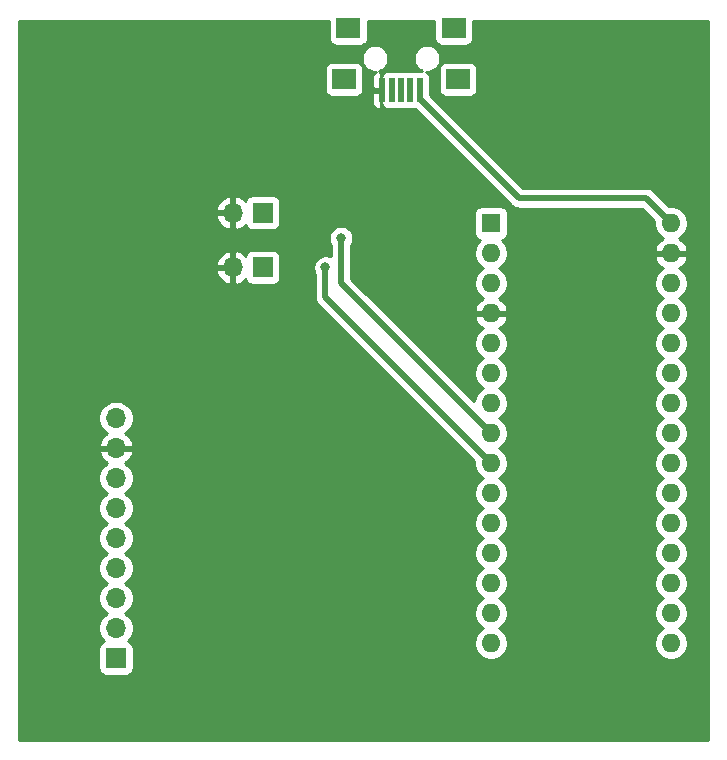
<source format=gtl>
%TF.GenerationSoftware,KiCad,Pcbnew,(5.1.8)-1*%
%TF.CreationDate,2021-06-13T18:19:15+02:00*%
%TF.ProjectId,p_dale_ble,70e96461-6c65-45f6-926c-652e6b696361,rev?*%
%TF.SameCoordinates,Original*%
%TF.FileFunction,Copper,L1,Top*%
%TF.FilePolarity,Positive*%
%FSLAX46Y46*%
G04 Gerber Fmt 4.6, Leading zero omitted, Abs format (unit mm)*
G04 Created by KiCad (PCBNEW (5.1.8)-1) date 2021-06-13 18:19:15*
%MOMM*%
%LPD*%
G01*
G04 APERTURE LIST*
%TA.AperFunction,ComponentPad*%
%ADD10R,1.700000X1.700000*%
%TD*%
%TA.AperFunction,ComponentPad*%
%ADD11O,1.700000X1.700000*%
%TD*%
%TA.AperFunction,SMDPad,CuDef*%
%ADD12R,0.500000X2.000000*%
%TD*%
%TA.AperFunction,SMDPad,CuDef*%
%ADD13R,2.000000X1.700000*%
%TD*%
%TA.AperFunction,ComponentPad*%
%ADD14R,1.600000X1.600000*%
%TD*%
%TA.AperFunction,ComponentPad*%
%ADD15O,1.600000X1.600000*%
%TD*%
%TA.AperFunction,ViaPad*%
%ADD16C,0.800000*%
%TD*%
%TA.AperFunction,Conductor*%
%ADD17C,0.500000*%
%TD*%
%TA.AperFunction,Conductor*%
%ADD18C,0.254000*%
%TD*%
%TA.AperFunction,Conductor*%
%ADD19C,0.100000*%
%TD*%
G04 APERTURE END LIST*
D10*
%TO.P,U1,1*%
%TO.N,Net-(A1-Pad16)*%
X95250000Y-132080000D03*
D11*
%TO.P,U1,2*%
%TO.N,Net-(A1-Pad15)*%
X95250000Y-129540000D03*
%TO.P,U1,3*%
%TO.N,Net-(A1-Pad14)*%
X95250000Y-127000000D03*
%TO.P,U1,4*%
%TO.N,Net-(A1-Pad13)*%
X95250000Y-124460000D03*
%TO.P,U1,5*%
%TO.N,Net-(A1-Pad5)*%
X95250000Y-121920000D03*
%TO.P,U1,6*%
%TO.N,Net-(U1-Pad6)*%
X95250000Y-119380000D03*
%TO.P,U1,7*%
%TO.N,Net-(U1-Pad7)*%
X95250000Y-116840000D03*
%TO.P,U1,8*%
%TO.N,Net-(A1-Pad29)*%
X95250000Y-114300000D03*
%TO.P,U1,9*%
%TO.N,Net-(A1-Pad27)*%
X95250000Y-111760000D03*
%TD*%
D12*
%TO.P,J3,1*%
%TO.N,Net-(A1-Pad30)*%
X120980000Y-83980000D03*
%TO.P,J3,2*%
%TO.N,Net-(J3-Pad2)*%
X120180000Y-83980000D03*
%TO.P,J3,3*%
%TO.N,Net-(J3-Pad3)*%
X119380000Y-83980000D03*
%TO.P,J3,4*%
%TO.N,Net-(J3-Pad4)*%
X118580000Y-83980000D03*
%TO.P,J3,5*%
%TO.N,Net-(A1-Pad29)*%
X117780000Y-83980000D03*
D13*
%TO.P,J3,6*%
%TO.N,Net-(J3-Pad6)*%
X124206000Y-83058000D03*
X123830000Y-78740000D03*
X114554000Y-83058000D03*
X114930000Y-78740000D03*
%TD*%
D14*
%TO.P,A1,1*%
%TO.N,Net-(A1-Pad1)*%
X127000000Y-95250000D03*
D15*
%TO.P,A1,17*%
%TO.N,Net-(A1-Pad17)*%
X142240000Y-128270000D03*
%TO.P,A1,2*%
%TO.N,Net-(A1-Pad2)*%
X127000000Y-97790000D03*
%TO.P,A1,18*%
%TO.N,Net-(A1-Pad18)*%
X142240000Y-125730000D03*
%TO.P,A1,3*%
%TO.N,Net-(A1-Pad3)*%
X127000000Y-100330000D03*
%TO.P,A1,19*%
%TO.N,Net-(A1-Pad19)*%
X142240000Y-123190000D03*
%TO.P,A1,4*%
%TO.N,Net-(A1-Pad29)*%
X127000000Y-102870000D03*
%TO.P,A1,20*%
%TO.N,Net-(A1-Pad20)*%
X142240000Y-120650000D03*
%TO.P,A1,5*%
%TO.N,Net-(A1-Pad5)*%
X127000000Y-105410000D03*
%TO.P,A1,21*%
%TO.N,Net-(A1-Pad21)*%
X142240000Y-118110000D03*
%TO.P,A1,6*%
%TO.N,Net-(A1-Pad6)*%
X127000000Y-107950000D03*
%TO.P,A1,22*%
%TO.N,Net-(A1-Pad22)*%
X142240000Y-115570000D03*
%TO.P,A1,7*%
%TO.N,Net-(A1-Pad7)*%
X127000000Y-110490000D03*
%TO.P,A1,23*%
%TO.N,Net-(A1-Pad23)*%
X142240000Y-113030000D03*
%TO.P,A1,8*%
%TO.N,Net-(A1-Pad8)*%
X127000000Y-113030000D03*
%TO.P,A1,24*%
%TO.N,Net-(A1-Pad24)*%
X142240000Y-110490000D03*
%TO.P,A1,9*%
%TO.N,Net-(A1-Pad9)*%
X127000000Y-115570000D03*
%TO.P,A1,25*%
%TO.N,Net-(A1-Pad25)*%
X142240000Y-107950000D03*
%TO.P,A1,10*%
%TO.N,Net-(A1-Pad10)*%
X127000000Y-118110000D03*
%TO.P,A1,26*%
%TO.N,Net-(A1-Pad26)*%
X142240000Y-105410000D03*
%TO.P,A1,11*%
%TO.N,Net-(A1-Pad11)*%
X127000000Y-120650000D03*
%TO.P,A1,27*%
%TO.N,Net-(A1-Pad27)*%
X142240000Y-102870000D03*
%TO.P,A1,12*%
%TO.N,Net-(A1-Pad12)*%
X127000000Y-123190000D03*
%TO.P,A1,28*%
%TO.N,Net-(A1-Pad28)*%
X142240000Y-100330000D03*
%TO.P,A1,13*%
%TO.N,Net-(A1-Pad13)*%
X127000000Y-125730000D03*
%TO.P,A1,29*%
%TO.N,Net-(A1-Pad29)*%
X142240000Y-97790000D03*
%TO.P,A1,14*%
%TO.N,Net-(A1-Pad14)*%
X127000000Y-128270000D03*
%TO.P,A1,30*%
%TO.N,Net-(A1-Pad30)*%
X142240000Y-95250000D03*
%TO.P,A1,15*%
%TO.N,Net-(A1-Pad15)*%
X127000000Y-130810000D03*
%TO.P,A1,16*%
%TO.N,Net-(A1-Pad16)*%
X142240000Y-130810000D03*
%TD*%
D11*
%TO.P,J2,2*%
%TO.N,Net-(A1-Pad29)*%
X105130000Y-99000000D03*
D10*
%TO.P,J2,1*%
%TO.N,Net-(A1-Pad9)*%
X107670000Y-99000000D03*
%TD*%
D11*
%TO.P,J1,2*%
%TO.N,Net-(A1-Pad29)*%
X105130000Y-94350000D03*
D10*
%TO.P,J1,1*%
%TO.N,Net-(A1-Pad8)*%
X107670000Y-94350000D03*
%TD*%
D16*
%TO.N,Net-(A1-Pad9)*%
X112970000Y-99000000D03*
%TO.N,Net-(A1-Pad8)*%
X114300000Y-96520000D03*
%TD*%
D17*
%TO.N,Net-(A1-Pad30)*%
X140119999Y-93129999D02*
X142240000Y-95250000D01*
X129349999Y-93129999D02*
X140119999Y-93129999D01*
X120980000Y-84760000D02*
X129349999Y-93129999D01*
X120980000Y-83980000D02*
X120980000Y-84760000D01*
%TO.N,Net-(A1-Pad9)*%
X112970000Y-101540000D02*
X127000000Y-115570000D01*
X112970000Y-99000000D02*
X112970000Y-101540000D01*
%TO.N,Net-(A1-Pad8)*%
X114300000Y-100330000D02*
X127000000Y-113030000D01*
X114300000Y-96520000D02*
X114300000Y-100330000D01*
%TD*%
D18*
%TO.N,Net-(A1-Pad29)*%
X113291928Y-79590000D02*
X113304188Y-79714482D01*
X113340498Y-79834180D01*
X113399463Y-79944494D01*
X113478815Y-80041185D01*
X113575506Y-80120537D01*
X113685820Y-80179502D01*
X113805518Y-80215812D01*
X113930000Y-80228072D01*
X115930000Y-80228072D01*
X116054482Y-80215812D01*
X116174180Y-80179502D01*
X116284494Y-80120537D01*
X116381185Y-80041185D01*
X116460537Y-79944494D01*
X116519502Y-79834180D01*
X116555812Y-79714482D01*
X116568072Y-79590000D01*
X116568072Y-78130000D01*
X122191928Y-78130000D01*
X122191928Y-79590000D01*
X122204188Y-79714482D01*
X122240498Y-79834180D01*
X122299463Y-79944494D01*
X122378815Y-80041185D01*
X122475506Y-80120537D01*
X122585820Y-80179502D01*
X122705518Y-80215812D01*
X122830000Y-80228072D01*
X124830000Y-80228072D01*
X124954482Y-80215812D01*
X125074180Y-80179502D01*
X125184494Y-80120537D01*
X125281185Y-80041185D01*
X125360537Y-79944494D01*
X125419502Y-79834180D01*
X125455812Y-79714482D01*
X125468072Y-79590000D01*
X125468072Y-78130000D01*
X145390001Y-78130000D01*
X145390000Y-139040000D01*
X87020000Y-139040000D01*
X87020000Y-131230000D01*
X93761928Y-131230000D01*
X93761928Y-132930000D01*
X93774188Y-133054482D01*
X93810498Y-133174180D01*
X93869463Y-133284494D01*
X93948815Y-133381185D01*
X94045506Y-133460537D01*
X94155820Y-133519502D01*
X94275518Y-133555812D01*
X94400000Y-133568072D01*
X96100000Y-133568072D01*
X96224482Y-133555812D01*
X96344180Y-133519502D01*
X96454494Y-133460537D01*
X96551185Y-133381185D01*
X96630537Y-133284494D01*
X96689502Y-133174180D01*
X96725812Y-133054482D01*
X96738072Y-132930000D01*
X96738072Y-131230000D01*
X96725812Y-131105518D01*
X96689502Y-130985820D01*
X96630537Y-130875506D01*
X96551185Y-130778815D01*
X96454494Y-130699463D01*
X96344180Y-130640498D01*
X96271620Y-130618487D01*
X96403475Y-130486632D01*
X96565990Y-130243411D01*
X96677932Y-129973158D01*
X96735000Y-129686260D01*
X96735000Y-129393740D01*
X96677932Y-129106842D01*
X96565990Y-128836589D01*
X96403475Y-128593368D01*
X96196632Y-128386525D01*
X96022240Y-128270000D01*
X96196632Y-128153475D01*
X96403475Y-127946632D01*
X96565990Y-127703411D01*
X96677932Y-127433158D01*
X96735000Y-127146260D01*
X96735000Y-126853740D01*
X96677932Y-126566842D01*
X96565990Y-126296589D01*
X96403475Y-126053368D01*
X96196632Y-125846525D01*
X96022240Y-125730000D01*
X96196632Y-125613475D01*
X96403475Y-125406632D01*
X96565990Y-125163411D01*
X96677932Y-124893158D01*
X96735000Y-124606260D01*
X96735000Y-124313740D01*
X96677932Y-124026842D01*
X96565990Y-123756589D01*
X96403475Y-123513368D01*
X96196632Y-123306525D01*
X96022240Y-123190000D01*
X96196632Y-123073475D01*
X96403475Y-122866632D01*
X96565990Y-122623411D01*
X96677932Y-122353158D01*
X96735000Y-122066260D01*
X96735000Y-121773740D01*
X96677932Y-121486842D01*
X96565990Y-121216589D01*
X96403475Y-120973368D01*
X96196632Y-120766525D01*
X96022240Y-120650000D01*
X96196632Y-120533475D01*
X96403475Y-120326632D01*
X96565990Y-120083411D01*
X96677932Y-119813158D01*
X96735000Y-119526260D01*
X96735000Y-119233740D01*
X96677932Y-118946842D01*
X96565990Y-118676589D01*
X96403475Y-118433368D01*
X96196632Y-118226525D01*
X96022240Y-118110000D01*
X96196632Y-117993475D01*
X96403475Y-117786632D01*
X96565990Y-117543411D01*
X96677932Y-117273158D01*
X96735000Y-116986260D01*
X96735000Y-116693740D01*
X96677932Y-116406842D01*
X96565990Y-116136589D01*
X96403475Y-115893368D01*
X96196632Y-115686525D01*
X96014466Y-115564805D01*
X96131355Y-115495178D01*
X96347588Y-115300269D01*
X96521641Y-115066920D01*
X96646825Y-114804099D01*
X96691476Y-114656890D01*
X96570155Y-114427000D01*
X95377000Y-114427000D01*
X95377000Y-114447000D01*
X95123000Y-114447000D01*
X95123000Y-114427000D01*
X93929845Y-114427000D01*
X93808524Y-114656890D01*
X93853175Y-114804099D01*
X93978359Y-115066920D01*
X94152412Y-115300269D01*
X94368645Y-115495178D01*
X94485534Y-115564805D01*
X94303368Y-115686525D01*
X94096525Y-115893368D01*
X93934010Y-116136589D01*
X93822068Y-116406842D01*
X93765000Y-116693740D01*
X93765000Y-116986260D01*
X93822068Y-117273158D01*
X93934010Y-117543411D01*
X94096525Y-117786632D01*
X94303368Y-117993475D01*
X94477760Y-118110000D01*
X94303368Y-118226525D01*
X94096525Y-118433368D01*
X93934010Y-118676589D01*
X93822068Y-118946842D01*
X93765000Y-119233740D01*
X93765000Y-119526260D01*
X93822068Y-119813158D01*
X93934010Y-120083411D01*
X94096525Y-120326632D01*
X94303368Y-120533475D01*
X94477760Y-120650000D01*
X94303368Y-120766525D01*
X94096525Y-120973368D01*
X93934010Y-121216589D01*
X93822068Y-121486842D01*
X93765000Y-121773740D01*
X93765000Y-122066260D01*
X93822068Y-122353158D01*
X93934010Y-122623411D01*
X94096525Y-122866632D01*
X94303368Y-123073475D01*
X94477760Y-123190000D01*
X94303368Y-123306525D01*
X94096525Y-123513368D01*
X93934010Y-123756589D01*
X93822068Y-124026842D01*
X93765000Y-124313740D01*
X93765000Y-124606260D01*
X93822068Y-124893158D01*
X93934010Y-125163411D01*
X94096525Y-125406632D01*
X94303368Y-125613475D01*
X94477760Y-125730000D01*
X94303368Y-125846525D01*
X94096525Y-126053368D01*
X93934010Y-126296589D01*
X93822068Y-126566842D01*
X93765000Y-126853740D01*
X93765000Y-127146260D01*
X93822068Y-127433158D01*
X93934010Y-127703411D01*
X94096525Y-127946632D01*
X94303368Y-128153475D01*
X94477760Y-128270000D01*
X94303368Y-128386525D01*
X94096525Y-128593368D01*
X93934010Y-128836589D01*
X93822068Y-129106842D01*
X93765000Y-129393740D01*
X93765000Y-129686260D01*
X93822068Y-129973158D01*
X93934010Y-130243411D01*
X94096525Y-130486632D01*
X94228380Y-130618487D01*
X94155820Y-130640498D01*
X94045506Y-130699463D01*
X93948815Y-130778815D01*
X93869463Y-130875506D01*
X93810498Y-130985820D01*
X93774188Y-131105518D01*
X93761928Y-131230000D01*
X87020000Y-131230000D01*
X87020000Y-111613740D01*
X93765000Y-111613740D01*
X93765000Y-111906260D01*
X93822068Y-112193158D01*
X93934010Y-112463411D01*
X94096525Y-112706632D01*
X94303368Y-112913475D01*
X94485534Y-113035195D01*
X94368645Y-113104822D01*
X94152412Y-113299731D01*
X93978359Y-113533080D01*
X93853175Y-113795901D01*
X93808524Y-113943110D01*
X93929845Y-114173000D01*
X95123000Y-114173000D01*
X95123000Y-114153000D01*
X95377000Y-114153000D01*
X95377000Y-114173000D01*
X96570155Y-114173000D01*
X96691476Y-113943110D01*
X96646825Y-113795901D01*
X96521641Y-113533080D01*
X96347588Y-113299731D01*
X96131355Y-113104822D01*
X96014466Y-113035195D01*
X96196632Y-112913475D01*
X96403475Y-112706632D01*
X96565990Y-112463411D01*
X96677932Y-112193158D01*
X96735000Y-111906260D01*
X96735000Y-111613740D01*
X96677932Y-111326842D01*
X96565990Y-111056589D01*
X96403475Y-110813368D01*
X96196632Y-110606525D01*
X95953411Y-110444010D01*
X95683158Y-110332068D01*
X95396260Y-110275000D01*
X95103740Y-110275000D01*
X94816842Y-110332068D01*
X94546589Y-110444010D01*
X94303368Y-110606525D01*
X94096525Y-110813368D01*
X93934010Y-111056589D01*
X93822068Y-111326842D01*
X93765000Y-111613740D01*
X87020000Y-111613740D01*
X87020000Y-99356891D01*
X103688519Y-99356891D01*
X103785843Y-99631252D01*
X103934822Y-99881355D01*
X104129731Y-100097588D01*
X104363080Y-100271641D01*
X104625901Y-100396825D01*
X104773110Y-100441476D01*
X105003000Y-100320155D01*
X105003000Y-99127000D01*
X103809186Y-99127000D01*
X103688519Y-99356891D01*
X87020000Y-99356891D01*
X87020000Y-98643109D01*
X103688519Y-98643109D01*
X103809186Y-98873000D01*
X105003000Y-98873000D01*
X105003000Y-97679845D01*
X105257000Y-97679845D01*
X105257000Y-98873000D01*
X105277000Y-98873000D01*
X105277000Y-99127000D01*
X105257000Y-99127000D01*
X105257000Y-100320155D01*
X105486890Y-100441476D01*
X105634099Y-100396825D01*
X105896920Y-100271641D01*
X106130269Y-100097588D01*
X106206034Y-100013534D01*
X106230498Y-100094180D01*
X106289463Y-100204494D01*
X106368815Y-100301185D01*
X106465506Y-100380537D01*
X106575820Y-100439502D01*
X106695518Y-100475812D01*
X106820000Y-100488072D01*
X108520000Y-100488072D01*
X108644482Y-100475812D01*
X108764180Y-100439502D01*
X108874494Y-100380537D01*
X108971185Y-100301185D01*
X109050537Y-100204494D01*
X109109502Y-100094180D01*
X109145812Y-99974482D01*
X109158072Y-99850000D01*
X109158072Y-98898061D01*
X111935000Y-98898061D01*
X111935000Y-99101939D01*
X111974774Y-99301898D01*
X112052795Y-99490256D01*
X112085000Y-99538455D01*
X112085001Y-101496521D01*
X112080719Y-101540000D01*
X112097805Y-101713490D01*
X112148412Y-101880313D01*
X112230590Y-102034059D01*
X112313468Y-102135046D01*
X112313471Y-102135049D01*
X112341184Y-102168817D01*
X112374952Y-102196530D01*
X125571983Y-115393562D01*
X125565000Y-115428665D01*
X125565000Y-115711335D01*
X125620147Y-115988574D01*
X125728320Y-116249727D01*
X125885363Y-116484759D01*
X126085241Y-116684637D01*
X126317759Y-116840000D01*
X126085241Y-116995363D01*
X125885363Y-117195241D01*
X125728320Y-117430273D01*
X125620147Y-117691426D01*
X125565000Y-117968665D01*
X125565000Y-118251335D01*
X125620147Y-118528574D01*
X125728320Y-118789727D01*
X125885363Y-119024759D01*
X126085241Y-119224637D01*
X126317759Y-119380000D01*
X126085241Y-119535363D01*
X125885363Y-119735241D01*
X125728320Y-119970273D01*
X125620147Y-120231426D01*
X125565000Y-120508665D01*
X125565000Y-120791335D01*
X125620147Y-121068574D01*
X125728320Y-121329727D01*
X125885363Y-121564759D01*
X126085241Y-121764637D01*
X126317759Y-121920000D01*
X126085241Y-122075363D01*
X125885363Y-122275241D01*
X125728320Y-122510273D01*
X125620147Y-122771426D01*
X125565000Y-123048665D01*
X125565000Y-123331335D01*
X125620147Y-123608574D01*
X125728320Y-123869727D01*
X125885363Y-124104759D01*
X126085241Y-124304637D01*
X126317759Y-124460000D01*
X126085241Y-124615363D01*
X125885363Y-124815241D01*
X125728320Y-125050273D01*
X125620147Y-125311426D01*
X125565000Y-125588665D01*
X125565000Y-125871335D01*
X125620147Y-126148574D01*
X125728320Y-126409727D01*
X125885363Y-126644759D01*
X126085241Y-126844637D01*
X126317759Y-127000000D01*
X126085241Y-127155363D01*
X125885363Y-127355241D01*
X125728320Y-127590273D01*
X125620147Y-127851426D01*
X125565000Y-128128665D01*
X125565000Y-128411335D01*
X125620147Y-128688574D01*
X125728320Y-128949727D01*
X125885363Y-129184759D01*
X126085241Y-129384637D01*
X126317759Y-129540000D01*
X126085241Y-129695363D01*
X125885363Y-129895241D01*
X125728320Y-130130273D01*
X125620147Y-130391426D01*
X125565000Y-130668665D01*
X125565000Y-130951335D01*
X125620147Y-131228574D01*
X125728320Y-131489727D01*
X125885363Y-131724759D01*
X126085241Y-131924637D01*
X126320273Y-132081680D01*
X126581426Y-132189853D01*
X126858665Y-132245000D01*
X127141335Y-132245000D01*
X127418574Y-132189853D01*
X127679727Y-132081680D01*
X127914759Y-131924637D01*
X128114637Y-131724759D01*
X128271680Y-131489727D01*
X128379853Y-131228574D01*
X128435000Y-130951335D01*
X128435000Y-130668665D01*
X128379853Y-130391426D01*
X128271680Y-130130273D01*
X128114637Y-129895241D01*
X127914759Y-129695363D01*
X127682241Y-129540000D01*
X127914759Y-129384637D01*
X128114637Y-129184759D01*
X128271680Y-128949727D01*
X128379853Y-128688574D01*
X128435000Y-128411335D01*
X128435000Y-128128665D01*
X128379853Y-127851426D01*
X128271680Y-127590273D01*
X128114637Y-127355241D01*
X127914759Y-127155363D01*
X127682241Y-127000000D01*
X127914759Y-126844637D01*
X128114637Y-126644759D01*
X128271680Y-126409727D01*
X128379853Y-126148574D01*
X128435000Y-125871335D01*
X128435000Y-125588665D01*
X128379853Y-125311426D01*
X128271680Y-125050273D01*
X128114637Y-124815241D01*
X127914759Y-124615363D01*
X127682241Y-124460000D01*
X127914759Y-124304637D01*
X128114637Y-124104759D01*
X128271680Y-123869727D01*
X128379853Y-123608574D01*
X128435000Y-123331335D01*
X128435000Y-123048665D01*
X128379853Y-122771426D01*
X128271680Y-122510273D01*
X128114637Y-122275241D01*
X127914759Y-122075363D01*
X127682241Y-121920000D01*
X127914759Y-121764637D01*
X128114637Y-121564759D01*
X128271680Y-121329727D01*
X128379853Y-121068574D01*
X128435000Y-120791335D01*
X128435000Y-120508665D01*
X128379853Y-120231426D01*
X128271680Y-119970273D01*
X128114637Y-119735241D01*
X127914759Y-119535363D01*
X127682241Y-119380000D01*
X127914759Y-119224637D01*
X128114637Y-119024759D01*
X128271680Y-118789727D01*
X128379853Y-118528574D01*
X128435000Y-118251335D01*
X128435000Y-117968665D01*
X128379853Y-117691426D01*
X128271680Y-117430273D01*
X128114637Y-117195241D01*
X127914759Y-116995363D01*
X127682241Y-116840000D01*
X127914759Y-116684637D01*
X128114637Y-116484759D01*
X128271680Y-116249727D01*
X128379853Y-115988574D01*
X128435000Y-115711335D01*
X128435000Y-115428665D01*
X128379853Y-115151426D01*
X128271680Y-114890273D01*
X128114637Y-114655241D01*
X127914759Y-114455363D01*
X127682241Y-114300000D01*
X127914759Y-114144637D01*
X128114637Y-113944759D01*
X128271680Y-113709727D01*
X128379853Y-113448574D01*
X128435000Y-113171335D01*
X128435000Y-112888665D01*
X128379853Y-112611426D01*
X128271680Y-112350273D01*
X128114637Y-112115241D01*
X127914759Y-111915363D01*
X127682241Y-111760000D01*
X127914759Y-111604637D01*
X128114637Y-111404759D01*
X128271680Y-111169727D01*
X128379853Y-110908574D01*
X128435000Y-110631335D01*
X128435000Y-110348665D01*
X128379853Y-110071426D01*
X128271680Y-109810273D01*
X128114637Y-109575241D01*
X127914759Y-109375363D01*
X127682241Y-109220000D01*
X127914759Y-109064637D01*
X128114637Y-108864759D01*
X128271680Y-108629727D01*
X128379853Y-108368574D01*
X128435000Y-108091335D01*
X128435000Y-107808665D01*
X128379853Y-107531426D01*
X128271680Y-107270273D01*
X128114637Y-107035241D01*
X127914759Y-106835363D01*
X127682241Y-106680000D01*
X127914759Y-106524637D01*
X128114637Y-106324759D01*
X128271680Y-106089727D01*
X128379853Y-105828574D01*
X128435000Y-105551335D01*
X128435000Y-105268665D01*
X128379853Y-104991426D01*
X128271680Y-104730273D01*
X128114637Y-104495241D01*
X127914759Y-104295363D01*
X127679727Y-104138320D01*
X127669135Y-104133933D01*
X127855131Y-104022385D01*
X128063519Y-103833414D01*
X128231037Y-103607420D01*
X128351246Y-103353087D01*
X128391904Y-103219039D01*
X128269915Y-102997000D01*
X127127000Y-102997000D01*
X127127000Y-103017000D01*
X126873000Y-103017000D01*
X126873000Y-102997000D01*
X125730085Y-102997000D01*
X125608096Y-103219039D01*
X125648754Y-103353087D01*
X125768963Y-103607420D01*
X125936481Y-103833414D01*
X126144869Y-104022385D01*
X126330865Y-104133933D01*
X126320273Y-104138320D01*
X126085241Y-104295363D01*
X125885363Y-104495241D01*
X125728320Y-104730273D01*
X125620147Y-104991426D01*
X125565000Y-105268665D01*
X125565000Y-105551335D01*
X125620147Y-105828574D01*
X125728320Y-106089727D01*
X125885363Y-106324759D01*
X126085241Y-106524637D01*
X126317759Y-106680000D01*
X126085241Y-106835363D01*
X125885363Y-107035241D01*
X125728320Y-107270273D01*
X125620147Y-107531426D01*
X125565000Y-107808665D01*
X125565000Y-108091335D01*
X125620147Y-108368574D01*
X125728320Y-108629727D01*
X125885363Y-108864759D01*
X126085241Y-109064637D01*
X126317759Y-109220000D01*
X126085241Y-109375363D01*
X125885363Y-109575241D01*
X125728320Y-109810273D01*
X125620147Y-110071426D01*
X125565870Y-110344291D01*
X115185000Y-99963422D01*
X115185000Y-97058454D01*
X115217205Y-97010256D01*
X115295226Y-96821898D01*
X115335000Y-96621939D01*
X115335000Y-96418061D01*
X115295226Y-96218102D01*
X115217205Y-96029744D01*
X115103937Y-95860226D01*
X114959774Y-95716063D01*
X114790256Y-95602795D01*
X114601898Y-95524774D01*
X114401939Y-95485000D01*
X114198061Y-95485000D01*
X113998102Y-95524774D01*
X113809744Y-95602795D01*
X113640226Y-95716063D01*
X113496063Y-95860226D01*
X113382795Y-96029744D01*
X113304774Y-96218102D01*
X113265000Y-96418061D01*
X113265000Y-96621939D01*
X113304774Y-96821898D01*
X113382795Y-97010256D01*
X113415000Y-97058455D01*
X113415000Y-98064049D01*
X113271898Y-98004774D01*
X113071939Y-97965000D01*
X112868061Y-97965000D01*
X112668102Y-98004774D01*
X112479744Y-98082795D01*
X112310226Y-98196063D01*
X112166063Y-98340226D01*
X112052795Y-98509744D01*
X111974774Y-98698102D01*
X111935000Y-98898061D01*
X109158072Y-98898061D01*
X109158072Y-98150000D01*
X109145812Y-98025518D01*
X109109502Y-97905820D01*
X109050537Y-97795506D01*
X108971185Y-97698815D01*
X108874494Y-97619463D01*
X108764180Y-97560498D01*
X108644482Y-97524188D01*
X108520000Y-97511928D01*
X106820000Y-97511928D01*
X106695518Y-97524188D01*
X106575820Y-97560498D01*
X106465506Y-97619463D01*
X106368815Y-97698815D01*
X106289463Y-97795506D01*
X106230498Y-97905820D01*
X106206034Y-97986466D01*
X106130269Y-97902412D01*
X105896920Y-97728359D01*
X105634099Y-97603175D01*
X105486890Y-97558524D01*
X105257000Y-97679845D01*
X105003000Y-97679845D01*
X104773110Y-97558524D01*
X104625901Y-97603175D01*
X104363080Y-97728359D01*
X104129731Y-97902412D01*
X103934822Y-98118645D01*
X103785843Y-98368748D01*
X103688519Y-98643109D01*
X87020000Y-98643109D01*
X87020000Y-94706891D01*
X103688519Y-94706891D01*
X103785843Y-94981252D01*
X103934822Y-95231355D01*
X104129731Y-95447588D01*
X104363080Y-95621641D01*
X104625901Y-95746825D01*
X104773110Y-95791476D01*
X105003000Y-95670155D01*
X105003000Y-94477000D01*
X103809186Y-94477000D01*
X103688519Y-94706891D01*
X87020000Y-94706891D01*
X87020000Y-93993109D01*
X103688519Y-93993109D01*
X103809186Y-94223000D01*
X105003000Y-94223000D01*
X105003000Y-93029845D01*
X105257000Y-93029845D01*
X105257000Y-94223000D01*
X105277000Y-94223000D01*
X105277000Y-94477000D01*
X105257000Y-94477000D01*
X105257000Y-95670155D01*
X105486890Y-95791476D01*
X105634099Y-95746825D01*
X105896920Y-95621641D01*
X106130269Y-95447588D01*
X106206034Y-95363534D01*
X106230498Y-95444180D01*
X106289463Y-95554494D01*
X106368815Y-95651185D01*
X106465506Y-95730537D01*
X106575820Y-95789502D01*
X106695518Y-95825812D01*
X106820000Y-95838072D01*
X108520000Y-95838072D01*
X108644482Y-95825812D01*
X108764180Y-95789502D01*
X108874494Y-95730537D01*
X108971185Y-95651185D01*
X109050537Y-95554494D01*
X109109502Y-95444180D01*
X109145812Y-95324482D01*
X109158072Y-95200000D01*
X109158072Y-94450000D01*
X125561928Y-94450000D01*
X125561928Y-96050000D01*
X125574188Y-96174482D01*
X125610498Y-96294180D01*
X125669463Y-96404494D01*
X125748815Y-96501185D01*
X125845506Y-96580537D01*
X125955820Y-96639502D01*
X126075518Y-96675812D01*
X126083961Y-96676643D01*
X125885363Y-96875241D01*
X125728320Y-97110273D01*
X125620147Y-97371426D01*
X125565000Y-97648665D01*
X125565000Y-97931335D01*
X125620147Y-98208574D01*
X125728320Y-98469727D01*
X125885363Y-98704759D01*
X126085241Y-98904637D01*
X126317759Y-99060000D01*
X126085241Y-99215363D01*
X125885363Y-99415241D01*
X125728320Y-99650273D01*
X125620147Y-99911426D01*
X125565000Y-100188665D01*
X125565000Y-100471335D01*
X125620147Y-100748574D01*
X125728320Y-101009727D01*
X125885363Y-101244759D01*
X126085241Y-101444637D01*
X126320273Y-101601680D01*
X126330865Y-101606067D01*
X126144869Y-101717615D01*
X125936481Y-101906586D01*
X125768963Y-102132580D01*
X125648754Y-102386913D01*
X125608096Y-102520961D01*
X125730085Y-102743000D01*
X126873000Y-102743000D01*
X126873000Y-102723000D01*
X127127000Y-102723000D01*
X127127000Y-102743000D01*
X128269915Y-102743000D01*
X128391904Y-102520961D01*
X128351246Y-102386913D01*
X128231037Y-102132580D01*
X128063519Y-101906586D01*
X127855131Y-101717615D01*
X127669135Y-101606067D01*
X127679727Y-101601680D01*
X127914759Y-101444637D01*
X128114637Y-101244759D01*
X128271680Y-101009727D01*
X128379853Y-100748574D01*
X128435000Y-100471335D01*
X128435000Y-100188665D01*
X140805000Y-100188665D01*
X140805000Y-100471335D01*
X140860147Y-100748574D01*
X140968320Y-101009727D01*
X141125363Y-101244759D01*
X141325241Y-101444637D01*
X141557759Y-101600000D01*
X141325241Y-101755363D01*
X141125363Y-101955241D01*
X140968320Y-102190273D01*
X140860147Y-102451426D01*
X140805000Y-102728665D01*
X140805000Y-103011335D01*
X140860147Y-103288574D01*
X140968320Y-103549727D01*
X141125363Y-103784759D01*
X141325241Y-103984637D01*
X141557759Y-104140000D01*
X141325241Y-104295363D01*
X141125363Y-104495241D01*
X140968320Y-104730273D01*
X140860147Y-104991426D01*
X140805000Y-105268665D01*
X140805000Y-105551335D01*
X140860147Y-105828574D01*
X140968320Y-106089727D01*
X141125363Y-106324759D01*
X141325241Y-106524637D01*
X141557759Y-106680000D01*
X141325241Y-106835363D01*
X141125363Y-107035241D01*
X140968320Y-107270273D01*
X140860147Y-107531426D01*
X140805000Y-107808665D01*
X140805000Y-108091335D01*
X140860147Y-108368574D01*
X140968320Y-108629727D01*
X141125363Y-108864759D01*
X141325241Y-109064637D01*
X141557759Y-109220000D01*
X141325241Y-109375363D01*
X141125363Y-109575241D01*
X140968320Y-109810273D01*
X140860147Y-110071426D01*
X140805000Y-110348665D01*
X140805000Y-110631335D01*
X140860147Y-110908574D01*
X140968320Y-111169727D01*
X141125363Y-111404759D01*
X141325241Y-111604637D01*
X141557759Y-111760000D01*
X141325241Y-111915363D01*
X141125363Y-112115241D01*
X140968320Y-112350273D01*
X140860147Y-112611426D01*
X140805000Y-112888665D01*
X140805000Y-113171335D01*
X140860147Y-113448574D01*
X140968320Y-113709727D01*
X141125363Y-113944759D01*
X141325241Y-114144637D01*
X141557759Y-114300000D01*
X141325241Y-114455363D01*
X141125363Y-114655241D01*
X140968320Y-114890273D01*
X140860147Y-115151426D01*
X140805000Y-115428665D01*
X140805000Y-115711335D01*
X140860147Y-115988574D01*
X140968320Y-116249727D01*
X141125363Y-116484759D01*
X141325241Y-116684637D01*
X141557759Y-116840000D01*
X141325241Y-116995363D01*
X141125363Y-117195241D01*
X140968320Y-117430273D01*
X140860147Y-117691426D01*
X140805000Y-117968665D01*
X140805000Y-118251335D01*
X140860147Y-118528574D01*
X140968320Y-118789727D01*
X141125363Y-119024759D01*
X141325241Y-119224637D01*
X141557759Y-119380000D01*
X141325241Y-119535363D01*
X141125363Y-119735241D01*
X140968320Y-119970273D01*
X140860147Y-120231426D01*
X140805000Y-120508665D01*
X140805000Y-120791335D01*
X140860147Y-121068574D01*
X140968320Y-121329727D01*
X141125363Y-121564759D01*
X141325241Y-121764637D01*
X141557759Y-121920000D01*
X141325241Y-122075363D01*
X141125363Y-122275241D01*
X140968320Y-122510273D01*
X140860147Y-122771426D01*
X140805000Y-123048665D01*
X140805000Y-123331335D01*
X140860147Y-123608574D01*
X140968320Y-123869727D01*
X141125363Y-124104759D01*
X141325241Y-124304637D01*
X141557759Y-124460000D01*
X141325241Y-124615363D01*
X141125363Y-124815241D01*
X140968320Y-125050273D01*
X140860147Y-125311426D01*
X140805000Y-125588665D01*
X140805000Y-125871335D01*
X140860147Y-126148574D01*
X140968320Y-126409727D01*
X141125363Y-126644759D01*
X141325241Y-126844637D01*
X141557759Y-127000000D01*
X141325241Y-127155363D01*
X141125363Y-127355241D01*
X140968320Y-127590273D01*
X140860147Y-127851426D01*
X140805000Y-128128665D01*
X140805000Y-128411335D01*
X140860147Y-128688574D01*
X140968320Y-128949727D01*
X141125363Y-129184759D01*
X141325241Y-129384637D01*
X141557759Y-129540000D01*
X141325241Y-129695363D01*
X141125363Y-129895241D01*
X140968320Y-130130273D01*
X140860147Y-130391426D01*
X140805000Y-130668665D01*
X140805000Y-130951335D01*
X140860147Y-131228574D01*
X140968320Y-131489727D01*
X141125363Y-131724759D01*
X141325241Y-131924637D01*
X141560273Y-132081680D01*
X141821426Y-132189853D01*
X142098665Y-132245000D01*
X142381335Y-132245000D01*
X142658574Y-132189853D01*
X142919727Y-132081680D01*
X143154759Y-131924637D01*
X143354637Y-131724759D01*
X143511680Y-131489727D01*
X143619853Y-131228574D01*
X143675000Y-130951335D01*
X143675000Y-130668665D01*
X143619853Y-130391426D01*
X143511680Y-130130273D01*
X143354637Y-129895241D01*
X143154759Y-129695363D01*
X142922241Y-129540000D01*
X143154759Y-129384637D01*
X143354637Y-129184759D01*
X143511680Y-128949727D01*
X143619853Y-128688574D01*
X143675000Y-128411335D01*
X143675000Y-128128665D01*
X143619853Y-127851426D01*
X143511680Y-127590273D01*
X143354637Y-127355241D01*
X143154759Y-127155363D01*
X142922241Y-127000000D01*
X143154759Y-126844637D01*
X143354637Y-126644759D01*
X143511680Y-126409727D01*
X143619853Y-126148574D01*
X143675000Y-125871335D01*
X143675000Y-125588665D01*
X143619853Y-125311426D01*
X143511680Y-125050273D01*
X143354637Y-124815241D01*
X143154759Y-124615363D01*
X142922241Y-124460000D01*
X143154759Y-124304637D01*
X143354637Y-124104759D01*
X143511680Y-123869727D01*
X143619853Y-123608574D01*
X143675000Y-123331335D01*
X143675000Y-123048665D01*
X143619853Y-122771426D01*
X143511680Y-122510273D01*
X143354637Y-122275241D01*
X143154759Y-122075363D01*
X142922241Y-121920000D01*
X143154759Y-121764637D01*
X143354637Y-121564759D01*
X143511680Y-121329727D01*
X143619853Y-121068574D01*
X143675000Y-120791335D01*
X143675000Y-120508665D01*
X143619853Y-120231426D01*
X143511680Y-119970273D01*
X143354637Y-119735241D01*
X143154759Y-119535363D01*
X142922241Y-119380000D01*
X143154759Y-119224637D01*
X143354637Y-119024759D01*
X143511680Y-118789727D01*
X143619853Y-118528574D01*
X143675000Y-118251335D01*
X143675000Y-117968665D01*
X143619853Y-117691426D01*
X143511680Y-117430273D01*
X143354637Y-117195241D01*
X143154759Y-116995363D01*
X142922241Y-116840000D01*
X143154759Y-116684637D01*
X143354637Y-116484759D01*
X143511680Y-116249727D01*
X143619853Y-115988574D01*
X143675000Y-115711335D01*
X143675000Y-115428665D01*
X143619853Y-115151426D01*
X143511680Y-114890273D01*
X143354637Y-114655241D01*
X143154759Y-114455363D01*
X142922241Y-114300000D01*
X143154759Y-114144637D01*
X143354637Y-113944759D01*
X143511680Y-113709727D01*
X143619853Y-113448574D01*
X143675000Y-113171335D01*
X143675000Y-112888665D01*
X143619853Y-112611426D01*
X143511680Y-112350273D01*
X143354637Y-112115241D01*
X143154759Y-111915363D01*
X142922241Y-111760000D01*
X143154759Y-111604637D01*
X143354637Y-111404759D01*
X143511680Y-111169727D01*
X143619853Y-110908574D01*
X143675000Y-110631335D01*
X143675000Y-110348665D01*
X143619853Y-110071426D01*
X143511680Y-109810273D01*
X143354637Y-109575241D01*
X143154759Y-109375363D01*
X142922241Y-109220000D01*
X143154759Y-109064637D01*
X143354637Y-108864759D01*
X143511680Y-108629727D01*
X143619853Y-108368574D01*
X143675000Y-108091335D01*
X143675000Y-107808665D01*
X143619853Y-107531426D01*
X143511680Y-107270273D01*
X143354637Y-107035241D01*
X143154759Y-106835363D01*
X142922241Y-106680000D01*
X143154759Y-106524637D01*
X143354637Y-106324759D01*
X143511680Y-106089727D01*
X143619853Y-105828574D01*
X143675000Y-105551335D01*
X143675000Y-105268665D01*
X143619853Y-104991426D01*
X143511680Y-104730273D01*
X143354637Y-104495241D01*
X143154759Y-104295363D01*
X142922241Y-104140000D01*
X143154759Y-103984637D01*
X143354637Y-103784759D01*
X143511680Y-103549727D01*
X143619853Y-103288574D01*
X143675000Y-103011335D01*
X143675000Y-102728665D01*
X143619853Y-102451426D01*
X143511680Y-102190273D01*
X143354637Y-101955241D01*
X143154759Y-101755363D01*
X142922241Y-101600000D01*
X143154759Y-101444637D01*
X143354637Y-101244759D01*
X143511680Y-101009727D01*
X143619853Y-100748574D01*
X143675000Y-100471335D01*
X143675000Y-100188665D01*
X143619853Y-99911426D01*
X143511680Y-99650273D01*
X143354637Y-99415241D01*
X143154759Y-99215363D01*
X142919727Y-99058320D01*
X142909135Y-99053933D01*
X143095131Y-98942385D01*
X143303519Y-98753414D01*
X143471037Y-98527420D01*
X143591246Y-98273087D01*
X143631904Y-98139039D01*
X143509915Y-97917000D01*
X142367000Y-97917000D01*
X142367000Y-97937000D01*
X142113000Y-97937000D01*
X142113000Y-97917000D01*
X140970085Y-97917000D01*
X140848096Y-98139039D01*
X140888754Y-98273087D01*
X141008963Y-98527420D01*
X141176481Y-98753414D01*
X141384869Y-98942385D01*
X141570865Y-99053933D01*
X141560273Y-99058320D01*
X141325241Y-99215363D01*
X141125363Y-99415241D01*
X140968320Y-99650273D01*
X140860147Y-99911426D01*
X140805000Y-100188665D01*
X128435000Y-100188665D01*
X128379853Y-99911426D01*
X128271680Y-99650273D01*
X128114637Y-99415241D01*
X127914759Y-99215363D01*
X127682241Y-99060000D01*
X127914759Y-98904637D01*
X128114637Y-98704759D01*
X128271680Y-98469727D01*
X128379853Y-98208574D01*
X128435000Y-97931335D01*
X128435000Y-97648665D01*
X128379853Y-97371426D01*
X128271680Y-97110273D01*
X128114637Y-96875241D01*
X127916039Y-96676643D01*
X127924482Y-96675812D01*
X128044180Y-96639502D01*
X128154494Y-96580537D01*
X128251185Y-96501185D01*
X128330537Y-96404494D01*
X128389502Y-96294180D01*
X128425812Y-96174482D01*
X128438072Y-96050000D01*
X128438072Y-94450000D01*
X128425812Y-94325518D01*
X128389502Y-94205820D01*
X128330537Y-94095506D01*
X128251185Y-93998815D01*
X128154494Y-93919463D01*
X128044180Y-93860498D01*
X127924482Y-93824188D01*
X127800000Y-93811928D01*
X126200000Y-93811928D01*
X126075518Y-93824188D01*
X125955820Y-93860498D01*
X125845506Y-93919463D01*
X125748815Y-93998815D01*
X125669463Y-94095506D01*
X125610498Y-94205820D01*
X125574188Y-94325518D01*
X125561928Y-94450000D01*
X109158072Y-94450000D01*
X109158072Y-93500000D01*
X109145812Y-93375518D01*
X109109502Y-93255820D01*
X109050537Y-93145506D01*
X108971185Y-93048815D01*
X108874494Y-92969463D01*
X108764180Y-92910498D01*
X108644482Y-92874188D01*
X108520000Y-92861928D01*
X106820000Y-92861928D01*
X106695518Y-92874188D01*
X106575820Y-92910498D01*
X106465506Y-92969463D01*
X106368815Y-93048815D01*
X106289463Y-93145506D01*
X106230498Y-93255820D01*
X106206034Y-93336466D01*
X106130269Y-93252412D01*
X105896920Y-93078359D01*
X105634099Y-92953175D01*
X105486890Y-92908524D01*
X105257000Y-93029845D01*
X105003000Y-93029845D01*
X104773110Y-92908524D01*
X104625901Y-92953175D01*
X104363080Y-93078359D01*
X104129731Y-93252412D01*
X103934822Y-93468645D01*
X103785843Y-93718748D01*
X103688519Y-93993109D01*
X87020000Y-93993109D01*
X87020000Y-84972312D01*
X116891974Y-84972312D01*
X116902734Y-85096933D01*
X116937599Y-85217059D01*
X116995230Y-85328076D01*
X117073412Y-85425716D01*
X117169140Y-85506228D01*
X117278736Y-85566517D01*
X117397987Y-85604266D01*
X117498250Y-85615000D01*
X117657000Y-85456250D01*
X117657000Y-84107000D01*
X117053750Y-84107000D01*
X116895000Y-84265750D01*
X116891974Y-84972312D01*
X87020000Y-84972312D01*
X87020000Y-82208000D01*
X112915928Y-82208000D01*
X112915928Y-83908000D01*
X112928188Y-84032482D01*
X112964498Y-84152180D01*
X113023463Y-84262494D01*
X113102815Y-84359185D01*
X113199506Y-84438537D01*
X113309820Y-84497502D01*
X113429518Y-84533812D01*
X113554000Y-84546072D01*
X115554000Y-84546072D01*
X115678482Y-84533812D01*
X115798180Y-84497502D01*
X115908494Y-84438537D01*
X116005185Y-84359185D01*
X116084537Y-84262494D01*
X116143502Y-84152180D01*
X116179812Y-84032482D01*
X116192072Y-83908000D01*
X116192072Y-82208000D01*
X116179812Y-82083518D01*
X116143502Y-81963820D01*
X116084537Y-81853506D01*
X116005185Y-81756815D01*
X115908494Y-81677463D01*
X115798180Y-81618498D01*
X115678482Y-81582188D01*
X115554000Y-81569928D01*
X113554000Y-81569928D01*
X113429518Y-81582188D01*
X113309820Y-81618498D01*
X113199506Y-81677463D01*
X113102815Y-81756815D01*
X113023463Y-81853506D01*
X112964498Y-81963820D01*
X112928188Y-82083518D01*
X112915928Y-82208000D01*
X87020000Y-82208000D01*
X87020000Y-81168212D01*
X116045000Y-81168212D01*
X116045000Y-81391788D01*
X116088617Y-81611067D01*
X116174176Y-81817624D01*
X116298388Y-82003520D01*
X116456480Y-82161612D01*
X116642376Y-82285824D01*
X116848933Y-82371383D01*
X117068212Y-82415000D01*
X117239621Y-82415000D01*
X117169140Y-82453772D01*
X117073412Y-82534284D01*
X116995230Y-82631924D01*
X116937599Y-82742941D01*
X116902734Y-82863067D01*
X116891974Y-82987688D01*
X116895000Y-83694250D01*
X117053750Y-83853000D01*
X117657000Y-83853000D01*
X117657000Y-82980000D01*
X117691928Y-82980000D01*
X117691928Y-84980000D01*
X117704188Y-85104482D01*
X117740498Y-85224180D01*
X117799463Y-85334494D01*
X117878815Y-85431185D01*
X117903000Y-85451033D01*
X117903000Y-85456250D01*
X118061750Y-85615000D01*
X118162013Y-85604266D01*
X118180808Y-85598316D01*
X118205518Y-85605812D01*
X118330000Y-85618072D01*
X118830000Y-85618072D01*
X118954482Y-85605812D01*
X118980000Y-85598071D01*
X119005518Y-85605812D01*
X119130000Y-85618072D01*
X119630000Y-85618072D01*
X119754482Y-85605812D01*
X119780000Y-85598071D01*
X119805518Y-85605812D01*
X119930000Y-85618072D01*
X120430000Y-85618072D01*
X120554482Y-85605812D01*
X120569637Y-85601215D01*
X128693469Y-93725048D01*
X128721182Y-93758816D01*
X128754950Y-93786529D01*
X128754952Y-93786531D01*
X128789642Y-93815000D01*
X128855940Y-93869410D01*
X129009686Y-93951588D01*
X129176509Y-94002194D01*
X129306522Y-94014999D01*
X129306532Y-94014999D01*
X129349998Y-94019280D01*
X129393464Y-94014999D01*
X139753421Y-94014999D01*
X140811983Y-95073561D01*
X140805000Y-95108665D01*
X140805000Y-95391335D01*
X140860147Y-95668574D01*
X140968320Y-95929727D01*
X141125363Y-96164759D01*
X141325241Y-96364637D01*
X141560273Y-96521680D01*
X141570865Y-96526067D01*
X141384869Y-96637615D01*
X141176481Y-96826586D01*
X141008963Y-97052580D01*
X140888754Y-97306913D01*
X140848096Y-97440961D01*
X140970085Y-97663000D01*
X142113000Y-97663000D01*
X142113000Y-97643000D01*
X142367000Y-97643000D01*
X142367000Y-97663000D01*
X143509915Y-97663000D01*
X143631904Y-97440961D01*
X143591246Y-97306913D01*
X143471037Y-97052580D01*
X143303519Y-96826586D01*
X143095131Y-96637615D01*
X142909135Y-96526067D01*
X142919727Y-96521680D01*
X143154759Y-96364637D01*
X143354637Y-96164759D01*
X143511680Y-95929727D01*
X143619853Y-95668574D01*
X143675000Y-95391335D01*
X143675000Y-95108665D01*
X143619853Y-94831426D01*
X143511680Y-94570273D01*
X143354637Y-94335241D01*
X143154759Y-94135363D01*
X142919727Y-93978320D01*
X142658574Y-93870147D01*
X142381335Y-93815000D01*
X142098665Y-93815000D01*
X142063561Y-93821983D01*
X140776533Y-92534955D01*
X140748816Y-92501182D01*
X140614058Y-92390588D01*
X140460312Y-92308410D01*
X140293489Y-92257804D01*
X140163476Y-92244999D01*
X140163468Y-92244999D01*
X140119999Y-92240718D01*
X140076530Y-92244999D01*
X129716578Y-92244999D01*
X121868072Y-84396494D01*
X121868072Y-82980000D01*
X121855812Y-82855518D01*
X121819502Y-82735820D01*
X121760537Y-82625506D01*
X121681185Y-82528815D01*
X121584494Y-82449463D01*
X121520019Y-82415000D01*
X121691788Y-82415000D01*
X121911067Y-82371383D01*
X122117624Y-82285824D01*
X122234095Y-82208000D01*
X122567928Y-82208000D01*
X122567928Y-83908000D01*
X122580188Y-84032482D01*
X122616498Y-84152180D01*
X122675463Y-84262494D01*
X122754815Y-84359185D01*
X122851506Y-84438537D01*
X122961820Y-84497502D01*
X123081518Y-84533812D01*
X123206000Y-84546072D01*
X125206000Y-84546072D01*
X125330482Y-84533812D01*
X125450180Y-84497502D01*
X125560494Y-84438537D01*
X125657185Y-84359185D01*
X125736537Y-84262494D01*
X125795502Y-84152180D01*
X125831812Y-84032482D01*
X125844072Y-83908000D01*
X125844072Y-82208000D01*
X125831812Y-82083518D01*
X125795502Y-81963820D01*
X125736537Y-81853506D01*
X125657185Y-81756815D01*
X125560494Y-81677463D01*
X125450180Y-81618498D01*
X125330482Y-81582188D01*
X125206000Y-81569928D01*
X123206000Y-81569928D01*
X123081518Y-81582188D01*
X122961820Y-81618498D01*
X122851506Y-81677463D01*
X122754815Y-81756815D01*
X122675463Y-81853506D01*
X122616498Y-81963820D01*
X122580188Y-82083518D01*
X122567928Y-82208000D01*
X122234095Y-82208000D01*
X122303520Y-82161612D01*
X122461612Y-82003520D01*
X122585824Y-81817624D01*
X122671383Y-81611067D01*
X122715000Y-81391788D01*
X122715000Y-81168212D01*
X122671383Y-80948933D01*
X122585824Y-80742376D01*
X122461612Y-80556480D01*
X122303520Y-80398388D01*
X122117624Y-80274176D01*
X121911067Y-80188617D01*
X121691788Y-80145000D01*
X121468212Y-80145000D01*
X121248933Y-80188617D01*
X121042376Y-80274176D01*
X120856480Y-80398388D01*
X120698388Y-80556480D01*
X120574176Y-80742376D01*
X120488617Y-80948933D01*
X120445000Y-81168212D01*
X120445000Y-81391788D01*
X120488617Y-81611067D01*
X120574176Y-81817624D01*
X120698388Y-82003520D01*
X120856480Y-82161612D01*
X121042376Y-82285824D01*
X121177823Y-82341928D01*
X120730000Y-82341928D01*
X120605518Y-82354188D01*
X120580000Y-82361929D01*
X120554482Y-82354188D01*
X120430000Y-82341928D01*
X119930000Y-82341928D01*
X119805518Y-82354188D01*
X119780000Y-82361929D01*
X119754482Y-82354188D01*
X119630000Y-82341928D01*
X119130000Y-82341928D01*
X119005518Y-82354188D01*
X118980000Y-82361929D01*
X118954482Y-82354188D01*
X118830000Y-82341928D01*
X118330000Y-82341928D01*
X118205518Y-82354188D01*
X118180808Y-82361684D01*
X118162013Y-82355734D01*
X118061750Y-82345000D01*
X117903000Y-82503750D01*
X117903000Y-82508967D01*
X117878815Y-82528815D01*
X117799463Y-82625506D01*
X117740498Y-82735820D01*
X117704188Y-82855518D01*
X117691928Y-82980000D01*
X117657000Y-82980000D01*
X117657000Y-82503750D01*
X117520660Y-82367410D01*
X117717624Y-82285824D01*
X117903520Y-82161612D01*
X118061612Y-82003520D01*
X118185824Y-81817624D01*
X118271383Y-81611067D01*
X118315000Y-81391788D01*
X118315000Y-81168212D01*
X118271383Y-80948933D01*
X118185824Y-80742376D01*
X118061612Y-80556480D01*
X117903520Y-80398388D01*
X117717624Y-80274176D01*
X117511067Y-80188617D01*
X117291788Y-80145000D01*
X117068212Y-80145000D01*
X116848933Y-80188617D01*
X116642376Y-80274176D01*
X116456480Y-80398388D01*
X116298388Y-80556480D01*
X116174176Y-80742376D01*
X116088617Y-80948933D01*
X116045000Y-81168212D01*
X87020000Y-81168212D01*
X87020000Y-78130000D01*
X113291928Y-78130000D01*
X113291928Y-79590000D01*
%TA.AperFunction,Conductor*%
D19*
G36*
X113291928Y-79590000D02*
G01*
X113304188Y-79714482D01*
X113340498Y-79834180D01*
X113399463Y-79944494D01*
X113478815Y-80041185D01*
X113575506Y-80120537D01*
X113685820Y-80179502D01*
X113805518Y-80215812D01*
X113930000Y-80228072D01*
X115930000Y-80228072D01*
X116054482Y-80215812D01*
X116174180Y-80179502D01*
X116284494Y-80120537D01*
X116381185Y-80041185D01*
X116460537Y-79944494D01*
X116519502Y-79834180D01*
X116555812Y-79714482D01*
X116568072Y-79590000D01*
X116568072Y-78130000D01*
X122191928Y-78130000D01*
X122191928Y-79590000D01*
X122204188Y-79714482D01*
X122240498Y-79834180D01*
X122299463Y-79944494D01*
X122378815Y-80041185D01*
X122475506Y-80120537D01*
X122585820Y-80179502D01*
X122705518Y-80215812D01*
X122830000Y-80228072D01*
X124830000Y-80228072D01*
X124954482Y-80215812D01*
X125074180Y-80179502D01*
X125184494Y-80120537D01*
X125281185Y-80041185D01*
X125360537Y-79944494D01*
X125419502Y-79834180D01*
X125455812Y-79714482D01*
X125468072Y-79590000D01*
X125468072Y-78130000D01*
X145390001Y-78130000D01*
X145390000Y-139040000D01*
X87020000Y-139040000D01*
X87020000Y-131230000D01*
X93761928Y-131230000D01*
X93761928Y-132930000D01*
X93774188Y-133054482D01*
X93810498Y-133174180D01*
X93869463Y-133284494D01*
X93948815Y-133381185D01*
X94045506Y-133460537D01*
X94155820Y-133519502D01*
X94275518Y-133555812D01*
X94400000Y-133568072D01*
X96100000Y-133568072D01*
X96224482Y-133555812D01*
X96344180Y-133519502D01*
X96454494Y-133460537D01*
X96551185Y-133381185D01*
X96630537Y-133284494D01*
X96689502Y-133174180D01*
X96725812Y-133054482D01*
X96738072Y-132930000D01*
X96738072Y-131230000D01*
X96725812Y-131105518D01*
X96689502Y-130985820D01*
X96630537Y-130875506D01*
X96551185Y-130778815D01*
X96454494Y-130699463D01*
X96344180Y-130640498D01*
X96271620Y-130618487D01*
X96403475Y-130486632D01*
X96565990Y-130243411D01*
X96677932Y-129973158D01*
X96735000Y-129686260D01*
X96735000Y-129393740D01*
X96677932Y-129106842D01*
X96565990Y-128836589D01*
X96403475Y-128593368D01*
X96196632Y-128386525D01*
X96022240Y-128270000D01*
X96196632Y-128153475D01*
X96403475Y-127946632D01*
X96565990Y-127703411D01*
X96677932Y-127433158D01*
X96735000Y-127146260D01*
X96735000Y-126853740D01*
X96677932Y-126566842D01*
X96565990Y-126296589D01*
X96403475Y-126053368D01*
X96196632Y-125846525D01*
X96022240Y-125730000D01*
X96196632Y-125613475D01*
X96403475Y-125406632D01*
X96565990Y-125163411D01*
X96677932Y-124893158D01*
X96735000Y-124606260D01*
X96735000Y-124313740D01*
X96677932Y-124026842D01*
X96565990Y-123756589D01*
X96403475Y-123513368D01*
X96196632Y-123306525D01*
X96022240Y-123190000D01*
X96196632Y-123073475D01*
X96403475Y-122866632D01*
X96565990Y-122623411D01*
X96677932Y-122353158D01*
X96735000Y-122066260D01*
X96735000Y-121773740D01*
X96677932Y-121486842D01*
X96565990Y-121216589D01*
X96403475Y-120973368D01*
X96196632Y-120766525D01*
X96022240Y-120650000D01*
X96196632Y-120533475D01*
X96403475Y-120326632D01*
X96565990Y-120083411D01*
X96677932Y-119813158D01*
X96735000Y-119526260D01*
X96735000Y-119233740D01*
X96677932Y-118946842D01*
X96565990Y-118676589D01*
X96403475Y-118433368D01*
X96196632Y-118226525D01*
X96022240Y-118110000D01*
X96196632Y-117993475D01*
X96403475Y-117786632D01*
X96565990Y-117543411D01*
X96677932Y-117273158D01*
X96735000Y-116986260D01*
X96735000Y-116693740D01*
X96677932Y-116406842D01*
X96565990Y-116136589D01*
X96403475Y-115893368D01*
X96196632Y-115686525D01*
X96014466Y-115564805D01*
X96131355Y-115495178D01*
X96347588Y-115300269D01*
X96521641Y-115066920D01*
X96646825Y-114804099D01*
X96691476Y-114656890D01*
X96570155Y-114427000D01*
X95377000Y-114427000D01*
X95377000Y-114447000D01*
X95123000Y-114447000D01*
X95123000Y-114427000D01*
X93929845Y-114427000D01*
X93808524Y-114656890D01*
X93853175Y-114804099D01*
X93978359Y-115066920D01*
X94152412Y-115300269D01*
X94368645Y-115495178D01*
X94485534Y-115564805D01*
X94303368Y-115686525D01*
X94096525Y-115893368D01*
X93934010Y-116136589D01*
X93822068Y-116406842D01*
X93765000Y-116693740D01*
X93765000Y-116986260D01*
X93822068Y-117273158D01*
X93934010Y-117543411D01*
X94096525Y-117786632D01*
X94303368Y-117993475D01*
X94477760Y-118110000D01*
X94303368Y-118226525D01*
X94096525Y-118433368D01*
X93934010Y-118676589D01*
X93822068Y-118946842D01*
X93765000Y-119233740D01*
X93765000Y-119526260D01*
X93822068Y-119813158D01*
X93934010Y-120083411D01*
X94096525Y-120326632D01*
X94303368Y-120533475D01*
X94477760Y-120650000D01*
X94303368Y-120766525D01*
X94096525Y-120973368D01*
X93934010Y-121216589D01*
X93822068Y-121486842D01*
X93765000Y-121773740D01*
X93765000Y-122066260D01*
X93822068Y-122353158D01*
X93934010Y-122623411D01*
X94096525Y-122866632D01*
X94303368Y-123073475D01*
X94477760Y-123190000D01*
X94303368Y-123306525D01*
X94096525Y-123513368D01*
X93934010Y-123756589D01*
X93822068Y-124026842D01*
X93765000Y-124313740D01*
X93765000Y-124606260D01*
X93822068Y-124893158D01*
X93934010Y-125163411D01*
X94096525Y-125406632D01*
X94303368Y-125613475D01*
X94477760Y-125730000D01*
X94303368Y-125846525D01*
X94096525Y-126053368D01*
X93934010Y-126296589D01*
X93822068Y-126566842D01*
X93765000Y-126853740D01*
X93765000Y-127146260D01*
X93822068Y-127433158D01*
X93934010Y-127703411D01*
X94096525Y-127946632D01*
X94303368Y-128153475D01*
X94477760Y-128270000D01*
X94303368Y-128386525D01*
X94096525Y-128593368D01*
X93934010Y-128836589D01*
X93822068Y-129106842D01*
X93765000Y-129393740D01*
X93765000Y-129686260D01*
X93822068Y-129973158D01*
X93934010Y-130243411D01*
X94096525Y-130486632D01*
X94228380Y-130618487D01*
X94155820Y-130640498D01*
X94045506Y-130699463D01*
X93948815Y-130778815D01*
X93869463Y-130875506D01*
X93810498Y-130985820D01*
X93774188Y-131105518D01*
X93761928Y-131230000D01*
X87020000Y-131230000D01*
X87020000Y-111613740D01*
X93765000Y-111613740D01*
X93765000Y-111906260D01*
X93822068Y-112193158D01*
X93934010Y-112463411D01*
X94096525Y-112706632D01*
X94303368Y-112913475D01*
X94485534Y-113035195D01*
X94368645Y-113104822D01*
X94152412Y-113299731D01*
X93978359Y-113533080D01*
X93853175Y-113795901D01*
X93808524Y-113943110D01*
X93929845Y-114173000D01*
X95123000Y-114173000D01*
X95123000Y-114153000D01*
X95377000Y-114153000D01*
X95377000Y-114173000D01*
X96570155Y-114173000D01*
X96691476Y-113943110D01*
X96646825Y-113795901D01*
X96521641Y-113533080D01*
X96347588Y-113299731D01*
X96131355Y-113104822D01*
X96014466Y-113035195D01*
X96196632Y-112913475D01*
X96403475Y-112706632D01*
X96565990Y-112463411D01*
X96677932Y-112193158D01*
X96735000Y-111906260D01*
X96735000Y-111613740D01*
X96677932Y-111326842D01*
X96565990Y-111056589D01*
X96403475Y-110813368D01*
X96196632Y-110606525D01*
X95953411Y-110444010D01*
X95683158Y-110332068D01*
X95396260Y-110275000D01*
X95103740Y-110275000D01*
X94816842Y-110332068D01*
X94546589Y-110444010D01*
X94303368Y-110606525D01*
X94096525Y-110813368D01*
X93934010Y-111056589D01*
X93822068Y-111326842D01*
X93765000Y-111613740D01*
X87020000Y-111613740D01*
X87020000Y-99356891D01*
X103688519Y-99356891D01*
X103785843Y-99631252D01*
X103934822Y-99881355D01*
X104129731Y-100097588D01*
X104363080Y-100271641D01*
X104625901Y-100396825D01*
X104773110Y-100441476D01*
X105003000Y-100320155D01*
X105003000Y-99127000D01*
X103809186Y-99127000D01*
X103688519Y-99356891D01*
X87020000Y-99356891D01*
X87020000Y-98643109D01*
X103688519Y-98643109D01*
X103809186Y-98873000D01*
X105003000Y-98873000D01*
X105003000Y-97679845D01*
X105257000Y-97679845D01*
X105257000Y-98873000D01*
X105277000Y-98873000D01*
X105277000Y-99127000D01*
X105257000Y-99127000D01*
X105257000Y-100320155D01*
X105486890Y-100441476D01*
X105634099Y-100396825D01*
X105896920Y-100271641D01*
X106130269Y-100097588D01*
X106206034Y-100013534D01*
X106230498Y-100094180D01*
X106289463Y-100204494D01*
X106368815Y-100301185D01*
X106465506Y-100380537D01*
X106575820Y-100439502D01*
X106695518Y-100475812D01*
X106820000Y-100488072D01*
X108520000Y-100488072D01*
X108644482Y-100475812D01*
X108764180Y-100439502D01*
X108874494Y-100380537D01*
X108971185Y-100301185D01*
X109050537Y-100204494D01*
X109109502Y-100094180D01*
X109145812Y-99974482D01*
X109158072Y-99850000D01*
X109158072Y-98898061D01*
X111935000Y-98898061D01*
X111935000Y-99101939D01*
X111974774Y-99301898D01*
X112052795Y-99490256D01*
X112085000Y-99538455D01*
X112085001Y-101496521D01*
X112080719Y-101540000D01*
X112097805Y-101713490D01*
X112148412Y-101880313D01*
X112230590Y-102034059D01*
X112313468Y-102135046D01*
X112313471Y-102135049D01*
X112341184Y-102168817D01*
X112374952Y-102196530D01*
X125571983Y-115393562D01*
X125565000Y-115428665D01*
X125565000Y-115711335D01*
X125620147Y-115988574D01*
X125728320Y-116249727D01*
X125885363Y-116484759D01*
X126085241Y-116684637D01*
X126317759Y-116840000D01*
X126085241Y-116995363D01*
X125885363Y-117195241D01*
X125728320Y-117430273D01*
X125620147Y-117691426D01*
X125565000Y-117968665D01*
X125565000Y-118251335D01*
X125620147Y-118528574D01*
X125728320Y-118789727D01*
X125885363Y-119024759D01*
X126085241Y-119224637D01*
X126317759Y-119380000D01*
X126085241Y-119535363D01*
X125885363Y-119735241D01*
X125728320Y-119970273D01*
X125620147Y-120231426D01*
X125565000Y-120508665D01*
X125565000Y-120791335D01*
X125620147Y-121068574D01*
X125728320Y-121329727D01*
X125885363Y-121564759D01*
X126085241Y-121764637D01*
X126317759Y-121920000D01*
X126085241Y-122075363D01*
X125885363Y-122275241D01*
X125728320Y-122510273D01*
X125620147Y-122771426D01*
X125565000Y-123048665D01*
X125565000Y-123331335D01*
X125620147Y-123608574D01*
X125728320Y-123869727D01*
X125885363Y-124104759D01*
X126085241Y-124304637D01*
X126317759Y-124460000D01*
X126085241Y-124615363D01*
X125885363Y-124815241D01*
X125728320Y-125050273D01*
X125620147Y-125311426D01*
X125565000Y-125588665D01*
X125565000Y-125871335D01*
X125620147Y-126148574D01*
X125728320Y-126409727D01*
X125885363Y-126644759D01*
X126085241Y-126844637D01*
X126317759Y-127000000D01*
X126085241Y-127155363D01*
X125885363Y-127355241D01*
X125728320Y-127590273D01*
X125620147Y-127851426D01*
X125565000Y-128128665D01*
X125565000Y-128411335D01*
X125620147Y-128688574D01*
X125728320Y-128949727D01*
X125885363Y-129184759D01*
X126085241Y-129384637D01*
X126317759Y-129540000D01*
X126085241Y-129695363D01*
X125885363Y-129895241D01*
X125728320Y-130130273D01*
X125620147Y-130391426D01*
X125565000Y-130668665D01*
X125565000Y-130951335D01*
X125620147Y-131228574D01*
X125728320Y-131489727D01*
X125885363Y-131724759D01*
X126085241Y-131924637D01*
X126320273Y-132081680D01*
X126581426Y-132189853D01*
X126858665Y-132245000D01*
X127141335Y-132245000D01*
X127418574Y-132189853D01*
X127679727Y-132081680D01*
X127914759Y-131924637D01*
X128114637Y-131724759D01*
X128271680Y-131489727D01*
X128379853Y-131228574D01*
X128435000Y-130951335D01*
X128435000Y-130668665D01*
X128379853Y-130391426D01*
X128271680Y-130130273D01*
X128114637Y-129895241D01*
X127914759Y-129695363D01*
X127682241Y-129540000D01*
X127914759Y-129384637D01*
X128114637Y-129184759D01*
X128271680Y-128949727D01*
X128379853Y-128688574D01*
X128435000Y-128411335D01*
X128435000Y-128128665D01*
X128379853Y-127851426D01*
X128271680Y-127590273D01*
X128114637Y-127355241D01*
X127914759Y-127155363D01*
X127682241Y-127000000D01*
X127914759Y-126844637D01*
X128114637Y-126644759D01*
X128271680Y-126409727D01*
X128379853Y-126148574D01*
X128435000Y-125871335D01*
X128435000Y-125588665D01*
X128379853Y-125311426D01*
X128271680Y-125050273D01*
X128114637Y-124815241D01*
X127914759Y-124615363D01*
X127682241Y-124460000D01*
X127914759Y-124304637D01*
X128114637Y-124104759D01*
X128271680Y-123869727D01*
X128379853Y-123608574D01*
X128435000Y-123331335D01*
X128435000Y-123048665D01*
X128379853Y-122771426D01*
X128271680Y-122510273D01*
X128114637Y-122275241D01*
X127914759Y-122075363D01*
X127682241Y-121920000D01*
X127914759Y-121764637D01*
X128114637Y-121564759D01*
X128271680Y-121329727D01*
X128379853Y-121068574D01*
X128435000Y-120791335D01*
X128435000Y-120508665D01*
X128379853Y-120231426D01*
X128271680Y-119970273D01*
X128114637Y-119735241D01*
X127914759Y-119535363D01*
X127682241Y-119380000D01*
X127914759Y-119224637D01*
X128114637Y-119024759D01*
X128271680Y-118789727D01*
X128379853Y-118528574D01*
X128435000Y-118251335D01*
X128435000Y-117968665D01*
X128379853Y-117691426D01*
X128271680Y-117430273D01*
X128114637Y-117195241D01*
X127914759Y-116995363D01*
X127682241Y-116840000D01*
X127914759Y-116684637D01*
X128114637Y-116484759D01*
X128271680Y-116249727D01*
X128379853Y-115988574D01*
X128435000Y-115711335D01*
X128435000Y-115428665D01*
X128379853Y-115151426D01*
X128271680Y-114890273D01*
X128114637Y-114655241D01*
X127914759Y-114455363D01*
X127682241Y-114300000D01*
X127914759Y-114144637D01*
X128114637Y-113944759D01*
X128271680Y-113709727D01*
X128379853Y-113448574D01*
X128435000Y-113171335D01*
X128435000Y-112888665D01*
X128379853Y-112611426D01*
X128271680Y-112350273D01*
X128114637Y-112115241D01*
X127914759Y-111915363D01*
X127682241Y-111760000D01*
X127914759Y-111604637D01*
X128114637Y-111404759D01*
X128271680Y-111169727D01*
X128379853Y-110908574D01*
X128435000Y-110631335D01*
X128435000Y-110348665D01*
X128379853Y-110071426D01*
X128271680Y-109810273D01*
X128114637Y-109575241D01*
X127914759Y-109375363D01*
X127682241Y-109220000D01*
X127914759Y-109064637D01*
X128114637Y-108864759D01*
X128271680Y-108629727D01*
X128379853Y-108368574D01*
X128435000Y-108091335D01*
X128435000Y-107808665D01*
X128379853Y-107531426D01*
X128271680Y-107270273D01*
X128114637Y-107035241D01*
X127914759Y-106835363D01*
X127682241Y-106680000D01*
X127914759Y-106524637D01*
X128114637Y-106324759D01*
X128271680Y-106089727D01*
X128379853Y-105828574D01*
X128435000Y-105551335D01*
X128435000Y-105268665D01*
X128379853Y-104991426D01*
X128271680Y-104730273D01*
X128114637Y-104495241D01*
X127914759Y-104295363D01*
X127679727Y-104138320D01*
X127669135Y-104133933D01*
X127855131Y-104022385D01*
X128063519Y-103833414D01*
X128231037Y-103607420D01*
X128351246Y-103353087D01*
X128391904Y-103219039D01*
X128269915Y-102997000D01*
X127127000Y-102997000D01*
X127127000Y-103017000D01*
X126873000Y-103017000D01*
X126873000Y-102997000D01*
X125730085Y-102997000D01*
X125608096Y-103219039D01*
X125648754Y-103353087D01*
X125768963Y-103607420D01*
X125936481Y-103833414D01*
X126144869Y-104022385D01*
X126330865Y-104133933D01*
X126320273Y-104138320D01*
X126085241Y-104295363D01*
X125885363Y-104495241D01*
X125728320Y-104730273D01*
X125620147Y-104991426D01*
X125565000Y-105268665D01*
X125565000Y-105551335D01*
X125620147Y-105828574D01*
X125728320Y-106089727D01*
X125885363Y-106324759D01*
X126085241Y-106524637D01*
X126317759Y-106680000D01*
X126085241Y-106835363D01*
X125885363Y-107035241D01*
X125728320Y-107270273D01*
X125620147Y-107531426D01*
X125565000Y-107808665D01*
X125565000Y-108091335D01*
X125620147Y-108368574D01*
X125728320Y-108629727D01*
X125885363Y-108864759D01*
X126085241Y-109064637D01*
X126317759Y-109220000D01*
X126085241Y-109375363D01*
X125885363Y-109575241D01*
X125728320Y-109810273D01*
X125620147Y-110071426D01*
X125565870Y-110344291D01*
X115185000Y-99963422D01*
X115185000Y-97058454D01*
X115217205Y-97010256D01*
X115295226Y-96821898D01*
X115335000Y-96621939D01*
X115335000Y-96418061D01*
X115295226Y-96218102D01*
X115217205Y-96029744D01*
X115103937Y-95860226D01*
X114959774Y-95716063D01*
X114790256Y-95602795D01*
X114601898Y-95524774D01*
X114401939Y-95485000D01*
X114198061Y-95485000D01*
X113998102Y-95524774D01*
X113809744Y-95602795D01*
X113640226Y-95716063D01*
X113496063Y-95860226D01*
X113382795Y-96029744D01*
X113304774Y-96218102D01*
X113265000Y-96418061D01*
X113265000Y-96621939D01*
X113304774Y-96821898D01*
X113382795Y-97010256D01*
X113415000Y-97058455D01*
X113415000Y-98064049D01*
X113271898Y-98004774D01*
X113071939Y-97965000D01*
X112868061Y-97965000D01*
X112668102Y-98004774D01*
X112479744Y-98082795D01*
X112310226Y-98196063D01*
X112166063Y-98340226D01*
X112052795Y-98509744D01*
X111974774Y-98698102D01*
X111935000Y-98898061D01*
X109158072Y-98898061D01*
X109158072Y-98150000D01*
X109145812Y-98025518D01*
X109109502Y-97905820D01*
X109050537Y-97795506D01*
X108971185Y-97698815D01*
X108874494Y-97619463D01*
X108764180Y-97560498D01*
X108644482Y-97524188D01*
X108520000Y-97511928D01*
X106820000Y-97511928D01*
X106695518Y-97524188D01*
X106575820Y-97560498D01*
X106465506Y-97619463D01*
X106368815Y-97698815D01*
X106289463Y-97795506D01*
X106230498Y-97905820D01*
X106206034Y-97986466D01*
X106130269Y-97902412D01*
X105896920Y-97728359D01*
X105634099Y-97603175D01*
X105486890Y-97558524D01*
X105257000Y-97679845D01*
X105003000Y-97679845D01*
X104773110Y-97558524D01*
X104625901Y-97603175D01*
X104363080Y-97728359D01*
X104129731Y-97902412D01*
X103934822Y-98118645D01*
X103785843Y-98368748D01*
X103688519Y-98643109D01*
X87020000Y-98643109D01*
X87020000Y-94706891D01*
X103688519Y-94706891D01*
X103785843Y-94981252D01*
X103934822Y-95231355D01*
X104129731Y-95447588D01*
X104363080Y-95621641D01*
X104625901Y-95746825D01*
X104773110Y-95791476D01*
X105003000Y-95670155D01*
X105003000Y-94477000D01*
X103809186Y-94477000D01*
X103688519Y-94706891D01*
X87020000Y-94706891D01*
X87020000Y-93993109D01*
X103688519Y-93993109D01*
X103809186Y-94223000D01*
X105003000Y-94223000D01*
X105003000Y-93029845D01*
X105257000Y-93029845D01*
X105257000Y-94223000D01*
X105277000Y-94223000D01*
X105277000Y-94477000D01*
X105257000Y-94477000D01*
X105257000Y-95670155D01*
X105486890Y-95791476D01*
X105634099Y-95746825D01*
X105896920Y-95621641D01*
X106130269Y-95447588D01*
X106206034Y-95363534D01*
X106230498Y-95444180D01*
X106289463Y-95554494D01*
X106368815Y-95651185D01*
X106465506Y-95730537D01*
X106575820Y-95789502D01*
X106695518Y-95825812D01*
X106820000Y-95838072D01*
X108520000Y-95838072D01*
X108644482Y-95825812D01*
X108764180Y-95789502D01*
X108874494Y-95730537D01*
X108971185Y-95651185D01*
X109050537Y-95554494D01*
X109109502Y-95444180D01*
X109145812Y-95324482D01*
X109158072Y-95200000D01*
X109158072Y-94450000D01*
X125561928Y-94450000D01*
X125561928Y-96050000D01*
X125574188Y-96174482D01*
X125610498Y-96294180D01*
X125669463Y-96404494D01*
X125748815Y-96501185D01*
X125845506Y-96580537D01*
X125955820Y-96639502D01*
X126075518Y-96675812D01*
X126083961Y-96676643D01*
X125885363Y-96875241D01*
X125728320Y-97110273D01*
X125620147Y-97371426D01*
X125565000Y-97648665D01*
X125565000Y-97931335D01*
X125620147Y-98208574D01*
X125728320Y-98469727D01*
X125885363Y-98704759D01*
X126085241Y-98904637D01*
X126317759Y-99060000D01*
X126085241Y-99215363D01*
X125885363Y-99415241D01*
X125728320Y-99650273D01*
X125620147Y-99911426D01*
X125565000Y-100188665D01*
X125565000Y-100471335D01*
X125620147Y-100748574D01*
X125728320Y-101009727D01*
X125885363Y-101244759D01*
X126085241Y-101444637D01*
X126320273Y-101601680D01*
X126330865Y-101606067D01*
X126144869Y-101717615D01*
X125936481Y-101906586D01*
X125768963Y-102132580D01*
X125648754Y-102386913D01*
X125608096Y-102520961D01*
X125730085Y-102743000D01*
X126873000Y-102743000D01*
X126873000Y-102723000D01*
X127127000Y-102723000D01*
X127127000Y-102743000D01*
X128269915Y-102743000D01*
X128391904Y-102520961D01*
X128351246Y-102386913D01*
X128231037Y-102132580D01*
X128063519Y-101906586D01*
X127855131Y-101717615D01*
X127669135Y-101606067D01*
X127679727Y-101601680D01*
X127914759Y-101444637D01*
X128114637Y-101244759D01*
X128271680Y-101009727D01*
X128379853Y-100748574D01*
X128435000Y-100471335D01*
X128435000Y-100188665D01*
X140805000Y-100188665D01*
X140805000Y-100471335D01*
X140860147Y-100748574D01*
X140968320Y-101009727D01*
X141125363Y-101244759D01*
X141325241Y-101444637D01*
X141557759Y-101600000D01*
X141325241Y-101755363D01*
X141125363Y-101955241D01*
X140968320Y-102190273D01*
X140860147Y-102451426D01*
X140805000Y-102728665D01*
X140805000Y-103011335D01*
X140860147Y-103288574D01*
X140968320Y-103549727D01*
X141125363Y-103784759D01*
X141325241Y-103984637D01*
X141557759Y-104140000D01*
X141325241Y-104295363D01*
X141125363Y-104495241D01*
X140968320Y-104730273D01*
X140860147Y-104991426D01*
X140805000Y-105268665D01*
X140805000Y-105551335D01*
X140860147Y-105828574D01*
X140968320Y-106089727D01*
X141125363Y-106324759D01*
X141325241Y-106524637D01*
X141557759Y-106680000D01*
X141325241Y-106835363D01*
X141125363Y-107035241D01*
X140968320Y-107270273D01*
X140860147Y-107531426D01*
X140805000Y-107808665D01*
X140805000Y-108091335D01*
X140860147Y-108368574D01*
X140968320Y-108629727D01*
X141125363Y-108864759D01*
X141325241Y-109064637D01*
X141557759Y-109220000D01*
X141325241Y-109375363D01*
X141125363Y-109575241D01*
X140968320Y-109810273D01*
X140860147Y-110071426D01*
X140805000Y-110348665D01*
X140805000Y-110631335D01*
X140860147Y-110908574D01*
X140968320Y-111169727D01*
X141125363Y-111404759D01*
X141325241Y-111604637D01*
X141557759Y-111760000D01*
X141325241Y-111915363D01*
X141125363Y-112115241D01*
X140968320Y-112350273D01*
X140860147Y-112611426D01*
X140805000Y-112888665D01*
X140805000Y-113171335D01*
X140860147Y-113448574D01*
X140968320Y-113709727D01*
X141125363Y-113944759D01*
X141325241Y-114144637D01*
X141557759Y-114300000D01*
X141325241Y-114455363D01*
X141125363Y-114655241D01*
X140968320Y-114890273D01*
X140860147Y-115151426D01*
X140805000Y-115428665D01*
X140805000Y-115711335D01*
X140860147Y-115988574D01*
X140968320Y-116249727D01*
X141125363Y-116484759D01*
X141325241Y-116684637D01*
X141557759Y-116840000D01*
X141325241Y-116995363D01*
X141125363Y-117195241D01*
X140968320Y-117430273D01*
X140860147Y-117691426D01*
X140805000Y-117968665D01*
X140805000Y-118251335D01*
X140860147Y-118528574D01*
X140968320Y-118789727D01*
X141125363Y-119024759D01*
X141325241Y-119224637D01*
X141557759Y-119380000D01*
X141325241Y-119535363D01*
X141125363Y-119735241D01*
X140968320Y-119970273D01*
X140860147Y-120231426D01*
X140805000Y-120508665D01*
X140805000Y-120791335D01*
X140860147Y-121068574D01*
X140968320Y-121329727D01*
X141125363Y-121564759D01*
X141325241Y-121764637D01*
X141557759Y-121920000D01*
X141325241Y-122075363D01*
X141125363Y-122275241D01*
X140968320Y-122510273D01*
X140860147Y-122771426D01*
X140805000Y-123048665D01*
X140805000Y-123331335D01*
X140860147Y-123608574D01*
X140968320Y-123869727D01*
X141125363Y-124104759D01*
X141325241Y-124304637D01*
X141557759Y-124460000D01*
X141325241Y-124615363D01*
X141125363Y-124815241D01*
X140968320Y-125050273D01*
X140860147Y-125311426D01*
X140805000Y-125588665D01*
X140805000Y-125871335D01*
X140860147Y-126148574D01*
X140968320Y-126409727D01*
X141125363Y-126644759D01*
X141325241Y-126844637D01*
X141557759Y-127000000D01*
X141325241Y-127155363D01*
X141125363Y-127355241D01*
X140968320Y-127590273D01*
X140860147Y-127851426D01*
X140805000Y-128128665D01*
X140805000Y-128411335D01*
X140860147Y-128688574D01*
X140968320Y-128949727D01*
X141125363Y-129184759D01*
X141325241Y-129384637D01*
X141557759Y-129540000D01*
X141325241Y-129695363D01*
X141125363Y-129895241D01*
X140968320Y-130130273D01*
X140860147Y-130391426D01*
X140805000Y-130668665D01*
X140805000Y-130951335D01*
X140860147Y-131228574D01*
X140968320Y-131489727D01*
X141125363Y-131724759D01*
X141325241Y-131924637D01*
X141560273Y-132081680D01*
X141821426Y-132189853D01*
X142098665Y-132245000D01*
X142381335Y-132245000D01*
X142658574Y-132189853D01*
X142919727Y-132081680D01*
X143154759Y-131924637D01*
X143354637Y-131724759D01*
X143511680Y-131489727D01*
X143619853Y-131228574D01*
X143675000Y-130951335D01*
X143675000Y-130668665D01*
X143619853Y-130391426D01*
X143511680Y-130130273D01*
X143354637Y-129895241D01*
X143154759Y-129695363D01*
X142922241Y-129540000D01*
X143154759Y-129384637D01*
X143354637Y-129184759D01*
X143511680Y-128949727D01*
X143619853Y-128688574D01*
X143675000Y-128411335D01*
X143675000Y-128128665D01*
X143619853Y-127851426D01*
X143511680Y-127590273D01*
X143354637Y-127355241D01*
X143154759Y-127155363D01*
X142922241Y-127000000D01*
X143154759Y-126844637D01*
X143354637Y-126644759D01*
X143511680Y-126409727D01*
X143619853Y-126148574D01*
X143675000Y-125871335D01*
X143675000Y-125588665D01*
X143619853Y-125311426D01*
X143511680Y-125050273D01*
X143354637Y-124815241D01*
X143154759Y-124615363D01*
X142922241Y-124460000D01*
X143154759Y-124304637D01*
X143354637Y-124104759D01*
X143511680Y-123869727D01*
X143619853Y-123608574D01*
X143675000Y-123331335D01*
X143675000Y-123048665D01*
X143619853Y-122771426D01*
X143511680Y-122510273D01*
X143354637Y-122275241D01*
X143154759Y-122075363D01*
X142922241Y-121920000D01*
X143154759Y-121764637D01*
X143354637Y-121564759D01*
X143511680Y-121329727D01*
X143619853Y-121068574D01*
X143675000Y-120791335D01*
X143675000Y-120508665D01*
X143619853Y-120231426D01*
X143511680Y-119970273D01*
X143354637Y-119735241D01*
X143154759Y-119535363D01*
X142922241Y-119380000D01*
X143154759Y-119224637D01*
X143354637Y-119024759D01*
X143511680Y-118789727D01*
X143619853Y-118528574D01*
X143675000Y-118251335D01*
X143675000Y-117968665D01*
X143619853Y-117691426D01*
X143511680Y-117430273D01*
X143354637Y-117195241D01*
X143154759Y-116995363D01*
X142922241Y-116840000D01*
X143154759Y-116684637D01*
X143354637Y-116484759D01*
X143511680Y-116249727D01*
X143619853Y-115988574D01*
X143675000Y-115711335D01*
X143675000Y-115428665D01*
X143619853Y-115151426D01*
X143511680Y-114890273D01*
X143354637Y-114655241D01*
X143154759Y-114455363D01*
X142922241Y-114300000D01*
X143154759Y-114144637D01*
X143354637Y-113944759D01*
X143511680Y-113709727D01*
X143619853Y-113448574D01*
X143675000Y-113171335D01*
X143675000Y-112888665D01*
X143619853Y-112611426D01*
X143511680Y-112350273D01*
X143354637Y-112115241D01*
X143154759Y-111915363D01*
X142922241Y-111760000D01*
X143154759Y-111604637D01*
X143354637Y-111404759D01*
X143511680Y-111169727D01*
X143619853Y-110908574D01*
X143675000Y-110631335D01*
X143675000Y-110348665D01*
X143619853Y-110071426D01*
X143511680Y-109810273D01*
X143354637Y-109575241D01*
X143154759Y-109375363D01*
X142922241Y-109220000D01*
X143154759Y-109064637D01*
X143354637Y-108864759D01*
X143511680Y-108629727D01*
X143619853Y-108368574D01*
X143675000Y-108091335D01*
X143675000Y-107808665D01*
X143619853Y-107531426D01*
X143511680Y-107270273D01*
X143354637Y-107035241D01*
X143154759Y-106835363D01*
X142922241Y-106680000D01*
X143154759Y-106524637D01*
X143354637Y-106324759D01*
X143511680Y-106089727D01*
X143619853Y-105828574D01*
X143675000Y-105551335D01*
X143675000Y-105268665D01*
X143619853Y-104991426D01*
X143511680Y-104730273D01*
X143354637Y-104495241D01*
X143154759Y-104295363D01*
X142922241Y-104140000D01*
X143154759Y-103984637D01*
X143354637Y-103784759D01*
X143511680Y-103549727D01*
X143619853Y-103288574D01*
X143675000Y-103011335D01*
X143675000Y-102728665D01*
X143619853Y-102451426D01*
X143511680Y-102190273D01*
X143354637Y-101955241D01*
X143154759Y-101755363D01*
X142922241Y-101600000D01*
X143154759Y-101444637D01*
X143354637Y-101244759D01*
X143511680Y-101009727D01*
X143619853Y-100748574D01*
X143675000Y-100471335D01*
X143675000Y-100188665D01*
X143619853Y-99911426D01*
X143511680Y-99650273D01*
X143354637Y-99415241D01*
X143154759Y-99215363D01*
X142919727Y-99058320D01*
X142909135Y-99053933D01*
X143095131Y-98942385D01*
X143303519Y-98753414D01*
X143471037Y-98527420D01*
X143591246Y-98273087D01*
X143631904Y-98139039D01*
X143509915Y-97917000D01*
X142367000Y-97917000D01*
X142367000Y-97937000D01*
X142113000Y-97937000D01*
X142113000Y-97917000D01*
X140970085Y-97917000D01*
X140848096Y-98139039D01*
X140888754Y-98273087D01*
X141008963Y-98527420D01*
X141176481Y-98753414D01*
X141384869Y-98942385D01*
X141570865Y-99053933D01*
X141560273Y-99058320D01*
X141325241Y-99215363D01*
X141125363Y-99415241D01*
X140968320Y-99650273D01*
X140860147Y-99911426D01*
X140805000Y-100188665D01*
X128435000Y-100188665D01*
X128379853Y-99911426D01*
X128271680Y-99650273D01*
X128114637Y-99415241D01*
X127914759Y-99215363D01*
X127682241Y-99060000D01*
X127914759Y-98904637D01*
X128114637Y-98704759D01*
X128271680Y-98469727D01*
X128379853Y-98208574D01*
X128435000Y-97931335D01*
X128435000Y-97648665D01*
X128379853Y-97371426D01*
X128271680Y-97110273D01*
X128114637Y-96875241D01*
X127916039Y-96676643D01*
X127924482Y-96675812D01*
X128044180Y-96639502D01*
X128154494Y-96580537D01*
X128251185Y-96501185D01*
X128330537Y-96404494D01*
X128389502Y-96294180D01*
X128425812Y-96174482D01*
X128438072Y-96050000D01*
X128438072Y-94450000D01*
X128425812Y-94325518D01*
X128389502Y-94205820D01*
X128330537Y-94095506D01*
X128251185Y-93998815D01*
X128154494Y-93919463D01*
X128044180Y-93860498D01*
X127924482Y-93824188D01*
X127800000Y-93811928D01*
X126200000Y-93811928D01*
X126075518Y-93824188D01*
X125955820Y-93860498D01*
X125845506Y-93919463D01*
X125748815Y-93998815D01*
X125669463Y-94095506D01*
X125610498Y-94205820D01*
X125574188Y-94325518D01*
X125561928Y-94450000D01*
X109158072Y-94450000D01*
X109158072Y-93500000D01*
X109145812Y-93375518D01*
X109109502Y-93255820D01*
X109050537Y-93145506D01*
X108971185Y-93048815D01*
X108874494Y-92969463D01*
X108764180Y-92910498D01*
X108644482Y-92874188D01*
X108520000Y-92861928D01*
X106820000Y-92861928D01*
X106695518Y-92874188D01*
X106575820Y-92910498D01*
X106465506Y-92969463D01*
X106368815Y-93048815D01*
X106289463Y-93145506D01*
X106230498Y-93255820D01*
X106206034Y-93336466D01*
X106130269Y-93252412D01*
X105896920Y-93078359D01*
X105634099Y-92953175D01*
X105486890Y-92908524D01*
X105257000Y-93029845D01*
X105003000Y-93029845D01*
X104773110Y-92908524D01*
X104625901Y-92953175D01*
X104363080Y-93078359D01*
X104129731Y-93252412D01*
X103934822Y-93468645D01*
X103785843Y-93718748D01*
X103688519Y-93993109D01*
X87020000Y-93993109D01*
X87020000Y-84972312D01*
X116891974Y-84972312D01*
X116902734Y-85096933D01*
X116937599Y-85217059D01*
X116995230Y-85328076D01*
X117073412Y-85425716D01*
X117169140Y-85506228D01*
X117278736Y-85566517D01*
X117397987Y-85604266D01*
X117498250Y-85615000D01*
X117657000Y-85456250D01*
X117657000Y-84107000D01*
X117053750Y-84107000D01*
X116895000Y-84265750D01*
X116891974Y-84972312D01*
X87020000Y-84972312D01*
X87020000Y-82208000D01*
X112915928Y-82208000D01*
X112915928Y-83908000D01*
X112928188Y-84032482D01*
X112964498Y-84152180D01*
X113023463Y-84262494D01*
X113102815Y-84359185D01*
X113199506Y-84438537D01*
X113309820Y-84497502D01*
X113429518Y-84533812D01*
X113554000Y-84546072D01*
X115554000Y-84546072D01*
X115678482Y-84533812D01*
X115798180Y-84497502D01*
X115908494Y-84438537D01*
X116005185Y-84359185D01*
X116084537Y-84262494D01*
X116143502Y-84152180D01*
X116179812Y-84032482D01*
X116192072Y-83908000D01*
X116192072Y-82208000D01*
X116179812Y-82083518D01*
X116143502Y-81963820D01*
X116084537Y-81853506D01*
X116005185Y-81756815D01*
X115908494Y-81677463D01*
X115798180Y-81618498D01*
X115678482Y-81582188D01*
X115554000Y-81569928D01*
X113554000Y-81569928D01*
X113429518Y-81582188D01*
X113309820Y-81618498D01*
X113199506Y-81677463D01*
X113102815Y-81756815D01*
X113023463Y-81853506D01*
X112964498Y-81963820D01*
X112928188Y-82083518D01*
X112915928Y-82208000D01*
X87020000Y-82208000D01*
X87020000Y-81168212D01*
X116045000Y-81168212D01*
X116045000Y-81391788D01*
X116088617Y-81611067D01*
X116174176Y-81817624D01*
X116298388Y-82003520D01*
X116456480Y-82161612D01*
X116642376Y-82285824D01*
X116848933Y-82371383D01*
X117068212Y-82415000D01*
X117239621Y-82415000D01*
X117169140Y-82453772D01*
X117073412Y-82534284D01*
X116995230Y-82631924D01*
X116937599Y-82742941D01*
X116902734Y-82863067D01*
X116891974Y-82987688D01*
X116895000Y-83694250D01*
X117053750Y-83853000D01*
X117657000Y-83853000D01*
X117657000Y-82980000D01*
X117691928Y-82980000D01*
X117691928Y-84980000D01*
X117704188Y-85104482D01*
X117740498Y-85224180D01*
X117799463Y-85334494D01*
X117878815Y-85431185D01*
X117903000Y-85451033D01*
X117903000Y-85456250D01*
X118061750Y-85615000D01*
X118162013Y-85604266D01*
X118180808Y-85598316D01*
X118205518Y-85605812D01*
X118330000Y-85618072D01*
X118830000Y-85618072D01*
X118954482Y-85605812D01*
X118980000Y-85598071D01*
X119005518Y-85605812D01*
X119130000Y-85618072D01*
X119630000Y-85618072D01*
X119754482Y-85605812D01*
X119780000Y-85598071D01*
X119805518Y-85605812D01*
X119930000Y-85618072D01*
X120430000Y-85618072D01*
X120554482Y-85605812D01*
X120569637Y-85601215D01*
X128693469Y-93725048D01*
X128721182Y-93758816D01*
X128754950Y-93786529D01*
X128754952Y-93786531D01*
X128789642Y-93815000D01*
X128855940Y-93869410D01*
X129009686Y-93951588D01*
X129176509Y-94002194D01*
X129306522Y-94014999D01*
X129306532Y-94014999D01*
X129349998Y-94019280D01*
X129393464Y-94014999D01*
X139753421Y-94014999D01*
X140811983Y-95073561D01*
X140805000Y-95108665D01*
X140805000Y-95391335D01*
X140860147Y-95668574D01*
X140968320Y-95929727D01*
X141125363Y-96164759D01*
X141325241Y-96364637D01*
X141560273Y-96521680D01*
X141570865Y-96526067D01*
X141384869Y-96637615D01*
X141176481Y-96826586D01*
X141008963Y-97052580D01*
X140888754Y-97306913D01*
X140848096Y-97440961D01*
X140970085Y-97663000D01*
X142113000Y-97663000D01*
X142113000Y-97643000D01*
X142367000Y-97643000D01*
X142367000Y-97663000D01*
X143509915Y-97663000D01*
X143631904Y-97440961D01*
X143591246Y-97306913D01*
X143471037Y-97052580D01*
X143303519Y-96826586D01*
X143095131Y-96637615D01*
X142909135Y-96526067D01*
X142919727Y-96521680D01*
X143154759Y-96364637D01*
X143354637Y-96164759D01*
X143511680Y-95929727D01*
X143619853Y-95668574D01*
X143675000Y-95391335D01*
X143675000Y-95108665D01*
X143619853Y-94831426D01*
X143511680Y-94570273D01*
X143354637Y-94335241D01*
X143154759Y-94135363D01*
X142919727Y-93978320D01*
X142658574Y-93870147D01*
X142381335Y-93815000D01*
X142098665Y-93815000D01*
X142063561Y-93821983D01*
X140776533Y-92534955D01*
X140748816Y-92501182D01*
X140614058Y-92390588D01*
X140460312Y-92308410D01*
X140293489Y-92257804D01*
X140163476Y-92244999D01*
X140163468Y-92244999D01*
X140119999Y-92240718D01*
X140076530Y-92244999D01*
X129716578Y-92244999D01*
X121868072Y-84396494D01*
X121868072Y-82980000D01*
X121855812Y-82855518D01*
X121819502Y-82735820D01*
X121760537Y-82625506D01*
X121681185Y-82528815D01*
X121584494Y-82449463D01*
X121520019Y-82415000D01*
X121691788Y-82415000D01*
X121911067Y-82371383D01*
X122117624Y-82285824D01*
X122234095Y-82208000D01*
X122567928Y-82208000D01*
X122567928Y-83908000D01*
X122580188Y-84032482D01*
X122616498Y-84152180D01*
X122675463Y-84262494D01*
X122754815Y-84359185D01*
X122851506Y-84438537D01*
X122961820Y-84497502D01*
X123081518Y-84533812D01*
X123206000Y-84546072D01*
X125206000Y-84546072D01*
X125330482Y-84533812D01*
X125450180Y-84497502D01*
X125560494Y-84438537D01*
X125657185Y-84359185D01*
X125736537Y-84262494D01*
X125795502Y-84152180D01*
X125831812Y-84032482D01*
X125844072Y-83908000D01*
X125844072Y-82208000D01*
X125831812Y-82083518D01*
X125795502Y-81963820D01*
X125736537Y-81853506D01*
X125657185Y-81756815D01*
X125560494Y-81677463D01*
X125450180Y-81618498D01*
X125330482Y-81582188D01*
X125206000Y-81569928D01*
X123206000Y-81569928D01*
X123081518Y-81582188D01*
X122961820Y-81618498D01*
X122851506Y-81677463D01*
X122754815Y-81756815D01*
X122675463Y-81853506D01*
X122616498Y-81963820D01*
X122580188Y-82083518D01*
X122567928Y-82208000D01*
X122234095Y-82208000D01*
X122303520Y-82161612D01*
X122461612Y-82003520D01*
X122585824Y-81817624D01*
X122671383Y-81611067D01*
X122715000Y-81391788D01*
X122715000Y-81168212D01*
X122671383Y-80948933D01*
X122585824Y-80742376D01*
X122461612Y-80556480D01*
X122303520Y-80398388D01*
X122117624Y-80274176D01*
X121911067Y-80188617D01*
X121691788Y-80145000D01*
X121468212Y-80145000D01*
X121248933Y-80188617D01*
X121042376Y-80274176D01*
X120856480Y-80398388D01*
X120698388Y-80556480D01*
X120574176Y-80742376D01*
X120488617Y-80948933D01*
X120445000Y-81168212D01*
X120445000Y-81391788D01*
X120488617Y-81611067D01*
X120574176Y-81817624D01*
X120698388Y-82003520D01*
X120856480Y-82161612D01*
X121042376Y-82285824D01*
X121177823Y-82341928D01*
X120730000Y-82341928D01*
X120605518Y-82354188D01*
X120580000Y-82361929D01*
X120554482Y-82354188D01*
X120430000Y-82341928D01*
X119930000Y-82341928D01*
X119805518Y-82354188D01*
X119780000Y-82361929D01*
X119754482Y-82354188D01*
X119630000Y-82341928D01*
X119130000Y-82341928D01*
X119005518Y-82354188D01*
X118980000Y-82361929D01*
X118954482Y-82354188D01*
X118830000Y-82341928D01*
X118330000Y-82341928D01*
X118205518Y-82354188D01*
X118180808Y-82361684D01*
X118162013Y-82355734D01*
X118061750Y-82345000D01*
X117903000Y-82503750D01*
X117903000Y-82508967D01*
X117878815Y-82528815D01*
X117799463Y-82625506D01*
X117740498Y-82735820D01*
X117704188Y-82855518D01*
X117691928Y-82980000D01*
X117657000Y-82980000D01*
X117657000Y-82503750D01*
X117520660Y-82367410D01*
X117717624Y-82285824D01*
X117903520Y-82161612D01*
X118061612Y-82003520D01*
X118185824Y-81817624D01*
X118271383Y-81611067D01*
X118315000Y-81391788D01*
X118315000Y-81168212D01*
X118271383Y-80948933D01*
X118185824Y-80742376D01*
X118061612Y-80556480D01*
X117903520Y-80398388D01*
X117717624Y-80274176D01*
X117511067Y-80188617D01*
X117291788Y-80145000D01*
X117068212Y-80145000D01*
X116848933Y-80188617D01*
X116642376Y-80274176D01*
X116456480Y-80398388D01*
X116298388Y-80556480D01*
X116174176Y-80742376D01*
X116088617Y-80948933D01*
X116045000Y-81168212D01*
X87020000Y-81168212D01*
X87020000Y-78130000D01*
X113291928Y-78130000D01*
X113291928Y-79590000D01*
G37*
%TD.AperFunction*%
%TD*%
M02*

</source>
